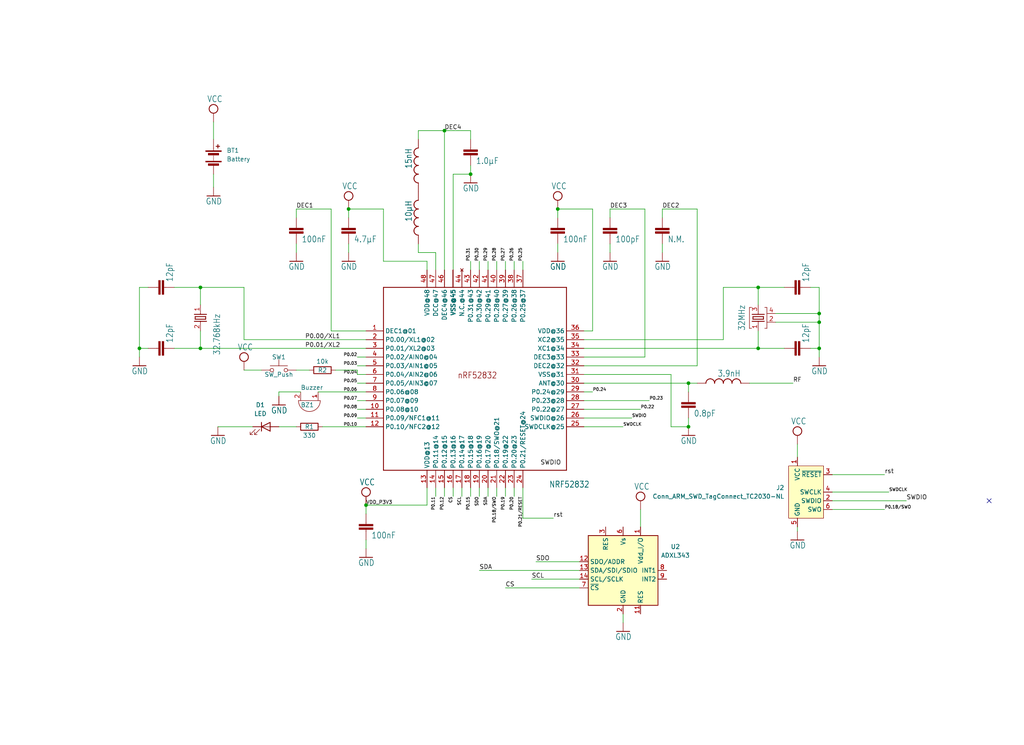
<source format=kicad_sch>
(kicad_sch (version 20230121) (generator eeschema)

  (uuid 19671045-12a7-4138-bcff-fe62707deb04)

  (paper "User" 298.45 217.322)

  (lib_symbols
    (symbol "Connector:Conn_ARM_SWD_TagConnect_TC2030-NL" (in_bom no) (on_board yes)
      (property "Reference" "J" (at 2.54 11.43 0)
        (effects (font (size 1.27 1.27)))
      )
      (property "Value" "Conn_ARM_SWD_TagConnect_TC2030-NL" (at 2.54 8.89 0)
        (effects (font (size 1.27 1.27)))
      )
      (property "Footprint" "Connector:Tag-Connect_TC2030-IDC-NL_2x03_P1.27mm_Vertical" (at 0 -17.78 0)
        (effects (font (size 1.27 1.27)) hide)
      )
      (property "Datasheet" "https://www.tag-connect.com/wp-content/uploads/bsk-pdf-manager/TC2030-CTX_1.pdf" (at 0 -15.24 0)
        (effects (font (size 1.27 1.27)) hide)
      )
      (property "ki_keywords" "Cortex Debug Connector ARM SWD JTAG" (at 0 0 0)
        (effects (font (size 1.27 1.27)) hide)
      )
      (property "ki_description" "Tag-Connect ARM Cortex SWD JTAG connector, 6 pin, no legs" (at 0 0 0)
        (effects (font (size 1.27 1.27)) hide)
      )
      (property "ki_fp_filters" "*TC2030*" (at 0 0 0)
        (effects (font (size 1.27 1.27)) hide)
      )
      (symbol "Conn_ARM_SWD_TagConnect_TC2030-NL_0_0"
        (pin power_in line (at -2.54 10.16 270) (length 2.54)
          (name "VCC" (effects (font (size 1.27 1.27))))
          (number "1" (effects (font (size 1.27 1.27))))
        )
        (pin bidirectional line (at 7.62 -2.54 180) (length 2.54)
          (name "SWDIO" (effects (font (size 1.27 1.27))))
          (number "2" (effects (font (size 1.27 1.27))))
          (alternate "TMS" bidirectional line)
        )
        (pin open_collector line (at 7.62 5.08 180) (length 2.54)
          (name "~{RESET}" (effects (font (size 1.27 1.27))))
          (number "3" (effects (font (size 1.27 1.27))))
        )
        (pin output line (at 7.62 0 180) (length 2.54)
          (name "SWCLK" (effects (font (size 1.27 1.27))))
          (number "4" (effects (font (size 1.27 1.27))))
          (alternate "TCK" output line)
        )
        (pin power_in line (at -2.54 -10.16 90) (length 2.54)
          (name "GND" (effects (font (size 1.27 1.27))))
          (number "5" (effects (font (size 1.27 1.27))))
        )
        (pin input line (at 7.62 -5.08 180) (length 2.54)
          (name "SWO" (effects (font (size 1.27 1.27))))
          (number "6" (effects (font (size 1.27 1.27))))
          (alternate "TDO" input line)
        )
      )
      (symbol "Conn_ARM_SWD_TagConnect_TC2030-NL_0_1"
        (rectangle (start -5.08 7.62) (end 5.08 -7.62)
          (stroke (width 0) (type default))
          (fill (type background))
        )
      )
    )
    (symbol "Device:Battery" (pin_numbers hide) (pin_names (offset 0) hide) (in_bom yes) (on_board yes)
      (property "Reference" "BT" (at 2.54 2.54 0)
        (effects (font (size 1.27 1.27)) (justify left))
      )
      (property "Value" "Battery" (at 2.54 0 0)
        (effects (font (size 1.27 1.27)) (justify left))
      )
      (property "Footprint" "" (at 0 1.524 90)
        (effects (font (size 1.27 1.27)) hide)
      )
      (property "Datasheet" "~" (at 0 1.524 90)
        (effects (font (size 1.27 1.27)) hide)
      )
      (property "ki_keywords" "batt voltage-source cell" (at 0 0 0)
        (effects (font (size 1.27 1.27)) hide)
      )
      (property "ki_description" "Multiple-cell battery" (at 0 0 0)
        (effects (font (size 1.27 1.27)) hide)
      )
      (symbol "Battery_0_1"
        (rectangle (start -2.286 -1.27) (end 2.286 -1.524)
          (stroke (width 0) (type default))
          (fill (type outline))
        )
        (rectangle (start -2.286 1.778) (end 2.286 1.524)
          (stroke (width 0) (type default))
          (fill (type outline))
        )
        (rectangle (start -1.524 -2.032) (end 1.524 -2.54)
          (stroke (width 0) (type default))
          (fill (type outline))
        )
        (rectangle (start -1.524 1.016) (end 1.524 0.508)
          (stroke (width 0) (type default))
          (fill (type outline))
        )
        (polyline
          (pts
            (xy 0 -1.016)
            (xy 0 -0.762)
          )
          (stroke (width 0) (type default))
          (fill (type none))
        )
        (polyline
          (pts
            (xy 0 -0.508)
            (xy 0 -0.254)
          )
          (stroke (width 0) (type default))
          (fill (type none))
        )
        (polyline
          (pts
            (xy 0 0)
            (xy 0 0.254)
          )
          (stroke (width 0) (type default))
          (fill (type none))
        )
        (polyline
          (pts
            (xy 0 1.778)
            (xy 0 2.54)
          )
          (stroke (width 0) (type default))
          (fill (type none))
        )
        (polyline
          (pts
            (xy 0.762 3.048)
            (xy 1.778 3.048)
          )
          (stroke (width 0.254) (type default))
          (fill (type none))
        )
        (polyline
          (pts
            (xy 1.27 3.556)
            (xy 1.27 2.54)
          )
          (stroke (width 0.254) (type default))
          (fill (type none))
        )
      )
      (symbol "Battery_1_1"
        (pin passive line (at 0 5.08 270) (length 2.54)
          (name "+" (effects (font (size 1.27 1.27))))
          (number "1" (effects (font (size 1.27 1.27))))
        )
        (pin passive line (at 0 -5.08 90) (length 2.54)
          (name "-" (effects (font (size 1.27 1.27))))
          (number "2" (effects (font (size 1.27 1.27))))
        )
      )
    )
    (symbol "Device:Buzzer" (pin_names (offset 0.0254) hide) (in_bom yes) (on_board yes)
      (property "Reference" "BZ" (at 3.81 1.27 0)
        (effects (font (size 1.27 1.27)) (justify left))
      )
      (property "Value" "Buzzer" (at 3.81 -1.27 0)
        (effects (font (size 1.27 1.27)) (justify left))
      )
      (property "Footprint" "" (at -0.635 2.54 90)
        (effects (font (size 1.27 1.27)) hide)
      )
      (property "Datasheet" "~" (at -0.635 2.54 90)
        (effects (font (size 1.27 1.27)) hide)
      )
      (property "ki_keywords" "quartz resonator ceramic" (at 0 0 0)
        (effects (font (size 1.27 1.27)) hide)
      )
      (property "ki_description" "Buzzer, polarized" (at 0 0 0)
        (effects (font (size 1.27 1.27)) hide)
      )
      (property "ki_fp_filters" "*Buzzer*" (at 0 0 0)
        (effects (font (size 1.27 1.27)) hide)
      )
      (symbol "Buzzer_0_1"
        (arc (start 0 -3.175) (mid 3.1612 0) (end 0 3.175)
          (stroke (width 0) (type default))
          (fill (type none))
        )
        (polyline
          (pts
            (xy -1.651 1.905)
            (xy -1.143 1.905)
          )
          (stroke (width 0) (type default))
          (fill (type none))
        )
        (polyline
          (pts
            (xy -1.397 2.159)
            (xy -1.397 1.651)
          )
          (stroke (width 0) (type default))
          (fill (type none))
        )
        (polyline
          (pts
            (xy 0 3.175)
            (xy 0 -3.175)
          )
          (stroke (width 0) (type default))
          (fill (type none))
        )
      )
      (symbol "Buzzer_1_1"
        (pin passive line (at -2.54 2.54 0) (length 2.54)
          (name "-" (effects (font (size 1.27 1.27))))
          (number "1" (effects (font (size 1.27 1.27))))
        )
        (pin passive line (at -2.54 -2.54 0) (length 2.54)
          (name "+" (effects (font (size 1.27 1.27))))
          (number "2" (effects (font (size 1.27 1.27))))
        )
      )
    )
    (symbol "Device:LED" (pin_numbers hide) (pin_names (offset 1.016) hide) (in_bom yes) (on_board yes)
      (property "Reference" "D" (at 0 2.54 0)
        (effects (font (size 1.27 1.27)))
      )
      (property "Value" "LED" (at 0 -2.54 0)
        (effects (font (size 1.27 1.27)))
      )
      (property "Footprint" "" (at 0 0 0)
        (effects (font (size 1.27 1.27)) hide)
      )
      (property "Datasheet" "~" (at 0 0 0)
        (effects (font (size 1.27 1.27)) hide)
      )
      (property "ki_keywords" "LED diode" (at 0 0 0)
        (effects (font (size 1.27 1.27)) hide)
      )
      (property "ki_description" "Light emitting diode" (at 0 0 0)
        (effects (font (size 1.27 1.27)) hide)
      )
      (property "ki_fp_filters" "LED* LED_SMD:* LED_THT:*" (at 0 0 0)
        (effects (font (size 1.27 1.27)) hide)
      )
      (symbol "LED_0_1"
        (polyline
          (pts
            (xy -1.27 -1.27)
            (xy -1.27 1.27)
          )
          (stroke (width 0.254) (type default))
          (fill (type none))
        )
        (polyline
          (pts
            (xy -1.27 0)
            (xy 1.27 0)
          )
          (stroke (width 0) (type default))
          (fill (type none))
        )
        (polyline
          (pts
            (xy 1.27 -1.27)
            (xy 1.27 1.27)
            (xy -1.27 0)
            (xy 1.27 -1.27)
          )
          (stroke (width 0.254) (type default))
          (fill (type none))
        )
        (polyline
          (pts
            (xy -3.048 -0.762)
            (xy -4.572 -2.286)
            (xy -3.81 -2.286)
            (xy -4.572 -2.286)
            (xy -4.572 -1.524)
          )
          (stroke (width 0) (type default))
          (fill (type none))
        )
        (polyline
          (pts
            (xy -1.778 -0.762)
            (xy -3.302 -2.286)
            (xy -2.54 -2.286)
            (xy -3.302 -2.286)
            (xy -3.302 -1.524)
          )
          (stroke (width 0) (type default))
          (fill (type none))
        )
      )
      (symbol "LED_1_1"
        (pin passive line (at -3.81 0 0) (length 2.54)
          (name "K" (effects (font (size 1.27 1.27))))
          (number "1" (effects (font (size 1.27 1.27))))
        )
        (pin passive line (at 3.81 0 180) (length 2.54)
          (name "A" (effects (font (size 1.27 1.27))))
          (number "2" (effects (font (size 1.27 1.27))))
        )
      )
    )
    (symbol "Device:R" (pin_numbers hide) (pin_names (offset 0)) (in_bom yes) (on_board yes)
      (property "Reference" "R" (at 2.032 0 90)
        (effects (font (size 1.27 1.27)))
      )
      (property "Value" "R" (at 0 0 90)
        (effects (font (size 1.27 1.27)))
      )
      (property "Footprint" "" (at -1.778 0 90)
        (effects (font (size 1.27 1.27)) hide)
      )
      (property "Datasheet" "~" (at 0 0 0)
        (effects (font (size 1.27 1.27)) hide)
      )
      (property "ki_keywords" "R res resistor" (at 0 0 0)
        (effects (font (size 1.27 1.27)) hide)
      )
      (property "ki_description" "Resistor" (at 0 0 0)
        (effects (font (size 1.27 1.27)) hide)
      )
      (property "ki_fp_filters" "R_*" (at 0 0 0)
        (effects (font (size 1.27 1.27)) hide)
      )
      (symbol "R_0_1"
        (rectangle (start -1.016 -2.54) (end 1.016 2.54)
          (stroke (width 0.254) (type default))
          (fill (type none))
        )
      )
      (symbol "R_1_1"
        (pin passive line (at 0 3.81 270) (length 1.27)
          (name "~" (effects (font (size 1.27 1.27))))
          (number "1" (effects (font (size 1.27 1.27))))
        )
        (pin passive line (at 0 -3.81 90) (length 1.27)
          (name "~" (effects (font (size 1.27 1.27))))
          (number "2" (effects (font (size 1.27 1.27))))
        )
      )
    )
    (symbol "Sensor_Motion:ADXL343" (in_bom yes) (on_board yes)
      (property "Reference" "U" (at -8.89 11.43 0)
        (effects (font (size 1.27 1.27)))
      )
      (property "Value" "ADXL343" (at -7.62 -11.43 0)
        (effects (font (size 1.27 1.27)))
      )
      (property "Footprint" "Package_LGA:LGA-14_3x5mm_P0.8mm_LayoutBorder1x6y" (at 0 0 0)
        (effects (font (size 1.27 1.27)) hide)
      )
      (property "Datasheet" "https://www.analog.com/media/en/technical-documentation/data-sheets/ADXL343.pdf" (at 0 0 0)
        (effects (font (size 1.27 1.27)) hide)
      )
      (property "ki_keywords" "3-axis accelerometer i2c spi mems" (at 0 0 0)
        (effects (font (size 1.27 1.27)) hide)
      )
      (property "ki_description" "3-Axis MEMS Accelerometer, 2/4/8/16g range, I2C/SPI, LGA-14" (at 0 0 0)
        (effects (font (size 1.27 1.27)) hide)
      )
      (property "ki_fp_filters" "*LGA*3x5mm*P0.8mm*" (at 0 0 0)
        (effects (font (size 1.27 1.27)) hide)
      )
      (symbol "ADXL343_0_1"
        (rectangle (start -10.16 10.16) (end 10.16 -10.16)
          (stroke (width 0.254) (type default))
          (fill (type background))
        )
      )
      (symbol "ADXL343_1_1"
        (pin power_in line (at 5.08 12.7 270) (length 2.54)
          (name "Vdd_I/O" (effects (font (size 1.27 1.27))))
          (number "1" (effects (font (size 1.27 1.27))))
        )
        (pin no_connect line (at -5.08 -10.16 90) (length 2.54) hide
          (name "NC" (effects (font (size 1.27 1.27))))
          (number "10" (effects (font (size 1.27 1.27))))
        )
        (pin passive line (at 5.08 -12.7 90) (length 2.54)
          (name "RES" (effects (font (size 1.27 1.27))))
          (number "11" (effects (font (size 1.27 1.27))))
        )
        (pin bidirectional line (at -12.7 2.54 0) (length 2.54)
          (name "SDO/ADDR" (effects (font (size 1.27 1.27))))
          (number "12" (effects (font (size 1.27 1.27))))
        )
        (pin bidirectional line (at -12.7 0 0) (length 2.54)
          (name "SDA/SDI/SDIO" (effects (font (size 1.27 1.27))))
          (number "13" (effects (font (size 1.27 1.27))))
        )
        (pin input line (at -12.7 -2.54 0) (length 2.54)
          (name "SCL/SCLK" (effects (font (size 1.27 1.27))))
          (number "14" (effects (font (size 1.27 1.27))))
        )
        (pin power_in line (at 0 -12.7 90) (length 2.54)
          (name "GND" (effects (font (size 1.27 1.27))))
          (number "2" (effects (font (size 1.27 1.27))))
        )
        (pin passive line (at -5.08 12.7 270) (length 2.54)
          (name "RES" (effects (font (size 1.27 1.27))))
          (number "3" (effects (font (size 1.27 1.27))))
        )
        (pin passive line (at 0 -12.7 90) (length 2.54) hide
          (name "GND" (effects (font (size 1.27 1.27))))
          (number "4" (effects (font (size 1.27 1.27))))
        )
        (pin passive line (at 0 -12.7 90) (length 2.54) hide
          (name "GND" (effects (font (size 1.27 1.27))))
          (number "5" (effects (font (size 1.27 1.27))))
        )
        (pin power_in line (at 0 12.7 270) (length 2.54)
          (name "Vs" (effects (font (size 1.27 1.27))))
          (number "6" (effects (font (size 1.27 1.27))))
        )
        (pin input line (at -12.7 -5.08 0) (length 2.54)
          (name "~{CS}" (effects (font (size 1.27 1.27))))
          (number "7" (effects (font (size 1.27 1.27))))
        )
        (pin output line (at 12.7 0 180) (length 2.54)
          (name "INT1" (effects (font (size 1.27 1.27))))
          (number "8" (effects (font (size 1.27 1.27))))
        )
        (pin output line (at 12.7 -2.54 180) (length 2.54)
          (name "INT2" (effects (font (size 1.27 1.27))))
          (number "9" (effects (font (size 1.27 1.27))))
        )
      )
    )
    (symbol "Switch:SW_Push" (pin_numbers hide) (pin_names (offset 1.016) hide) (in_bom yes) (on_board yes)
      (property "Reference" "SW" (at 1.27 2.54 0)
        (effects (font (size 1.27 1.27)) (justify left))
      )
      (property "Value" "SW_Push" (at 0 -1.524 0)
        (effects (font (size 1.27 1.27)))
      )
      (property "Footprint" "" (at 0 5.08 0)
        (effects (font (size 1.27 1.27)) hide)
      )
      (property "Datasheet" "~" (at 0 5.08 0)
        (effects (font (size 1.27 1.27)) hide)
      )
      (property "ki_keywords" "switch normally-open pushbutton push-button" (at 0 0 0)
        (effects (font (size 1.27 1.27)) hide)
      )
      (property "ki_description" "Push button switch, generic, two pins" (at 0 0 0)
        (effects (font (size 1.27 1.27)) hide)
      )
      (symbol "SW_Push_0_1"
        (circle (center -2.032 0) (radius 0.508)
          (stroke (width 0) (type default))
          (fill (type none))
        )
        (polyline
          (pts
            (xy 0 1.27)
            (xy 0 3.048)
          )
          (stroke (width 0) (type default))
          (fill (type none))
        )
        (polyline
          (pts
            (xy 2.54 1.27)
            (xy -2.54 1.27)
          )
          (stroke (width 0) (type default))
          (fill (type none))
        )
        (circle (center 2.032 0) (radius 0.508)
          (stroke (width 0) (type default))
          (fill (type none))
        )
        (pin passive line (at -5.08 0 0) (length 2.54)
          (name "1" (effects (font (size 1.27 1.27))))
          (number "1" (effects (font (size 1.27 1.27))))
        )
        (pin passive line (at 5.08 0 180) (length 2.54)
          (name "2" (effects (font (size 1.27 1.27))))
          (number "2" (effects (font (size 1.27 1.27))))
        )
      )
    )
    (symbol "key_finder-eagle-import:CAPACITOR_0402_N" (in_bom yes) (on_board yes)
      (property "Reference" "" (at 1.524 0.381 0)
        (effects (font (size 1.778 1.5113)) (justify left bottom) hide)
      )
      (property "Value" "" (at 1.524 -4.699 0)
        (effects (font (size 1.778 1.5113)) (justify left bottom))
      )
      (property "Footprint" "key_finder:RESC0402_N" (at 0 0 0)
        (effects (font (size 1.27 1.27)) hide)
      )
      (property "Datasheet" "" (at 0 0 0)
        (effects (font (size 1.27 1.27)) hide)
      )
      (property "ki_locked" "" (at 0 0 0)
        (effects (font (size 1.27 1.27)))
      )
      (symbol "CAPACITOR_0402_N_1_0"
        (rectangle (start -2.032 -2.032) (end 2.032 -1.524)
          (stroke (width 0) (type default))
          (fill (type outline))
        )
        (rectangle (start -2.032 -1.016) (end 2.032 -0.508)
          (stroke (width 0) (type default))
          (fill (type outline))
        )
        (polyline
          (pts
            (xy 0 -2.54)
            (xy 0 -2.032)
          )
          (stroke (width 0.1524) (type solid))
          (fill (type none))
        )
        (polyline
          (pts
            (xy 0 0)
            (xy 0 -0.508)
          )
          (stroke (width 0.1524) (type solid))
          (fill (type none))
        )
        (pin passive line (at 0 2.54 270) (length 2.54)
          (name "1" (effects (font (size 0 0))))
          (number "1" (effects (font (size 0 0))))
        )
        (pin passive line (at 0 -5.08 90) (length 2.54)
          (name "2" (effects (font (size 0 0))))
          (number "2" (effects (font (size 0 0))))
        )
      )
    )
    (symbol "key_finder-eagle-import:CAPACITOR_0603_N" (in_bom yes) (on_board yes)
      (property "Reference" "" (at 1.524 0.381 0)
        (effects (font (size 1.778 1.5113)) (justify left bottom) hide)
      )
      (property "Value" "" (at 1.524 -4.699 0)
        (effects (font (size 1.778 1.5113)) (justify left bottom))
      )
      (property "Footprint" "key_finder:RESC0603_N" (at 0 0 0)
        (effects (font (size 1.27 1.27)) hide)
      )
      (property "Datasheet" "" (at 0 0 0)
        (effects (font (size 1.27 1.27)) hide)
      )
      (property "ki_locked" "" (at 0 0 0)
        (effects (font (size 1.27 1.27)))
      )
      (symbol "CAPACITOR_0603_N_1_0"
        (rectangle (start -2.032 -2.032) (end 2.032 -1.524)
          (stroke (width 0) (type default))
          (fill (type outline))
        )
        (rectangle (start -2.032 -1.016) (end 2.032 -0.508)
          (stroke (width 0) (type default))
          (fill (type outline))
        )
        (polyline
          (pts
            (xy 0 -2.54)
            (xy 0 -2.032)
          )
          (stroke (width 0.1524) (type solid))
          (fill (type none))
        )
        (polyline
          (pts
            (xy 0 0)
            (xy 0 -0.508)
          )
          (stroke (width 0.1524) (type solid))
          (fill (type none))
        )
        (pin passive line (at 0 2.54 270) (length 2.54)
          (name "1" (effects (font (size 0 0))))
          (number "1" (effects (font (size 0 0))))
        )
        (pin passive line (at 0 -5.08 90) (length 2.54)
          (name "2" (effects (font (size 0 0))))
          (number "2" (effects (font (size 0 0))))
        )
      )
    )
    (symbol "key_finder-eagle-import:GND" (power) (in_bom yes) (on_board yes)
      (property "Reference" "#GND" (at 0 0 0)
        (effects (font (size 1.27 1.27)) hide)
      )
      (property "Value" "GND" (at -2.54 -2.54 0)
        (effects (font (size 1.778 1.5113)) (justify left bottom))
      )
      (property "Footprint" "" (at 0 0 0)
        (effects (font (size 1.27 1.27)) hide)
      )
      (property "Datasheet" "" (at 0 0 0)
        (effects (font (size 1.27 1.27)) hide)
      )
      (property "ki_locked" "" (at 0 0 0)
        (effects (font (size 1.27 1.27)))
      )
      (symbol "GND_1_0"
        (polyline
          (pts
            (xy -1.905 0)
            (xy 1.905 0)
          )
          (stroke (width 0.254) (type solid))
          (fill (type none))
        )
        (pin power_in line (at 0 2.54 270) (length 2.54)
          (name "GND" (effects (font (size 0 0))))
          (number "1" (effects (font (size 0 0))))
        )
      )
    )
    (symbol "key_finder-eagle-import:INDUCTOR_0402_N" (in_bom yes) (on_board yes)
      (property "Reference" "" (at -1.27 -5.08 90)
        (effects (font (size 1.778 1.5113)) (justify left bottom) hide)
      )
      (property "Value" "" (at 3.81 -5.08 90)
        (effects (font (size 1.778 1.5113)) (justify left bottom))
      )
      (property "Footprint" "key_finder:RESC0402_N" (at 0 0 0)
        (effects (font (size 1.27 1.27)) hide)
      )
      (property "Datasheet" "" (at 0 0 0)
        (effects (font (size 1.27 1.27)) hide)
      )
      (property "ki_locked" "" (at 0 0 0)
        (effects (font (size 1.27 1.27)))
      )
      (symbol "INDUCTOR_0402_N_1_0"
        (arc (start 0 -5.08) (mid 0.898 -4.708) (end 1.27 -3.81)
          (stroke (width 0.254) (type solid))
          (fill (type none))
        )
        (arc (start 0 -2.54) (mid 0.898 -2.168) (end 1.27 -1.27)
          (stroke (width 0.254) (type solid))
          (fill (type none))
        )
        (arc (start 0 0) (mid 0.898 0.372) (end 1.27 1.27)
          (stroke (width 0.254) (type solid))
          (fill (type none))
        )
        (arc (start 0 2.54) (mid 0.898 2.912) (end 1.27 3.81)
          (stroke (width 0.254) (type solid))
          (fill (type none))
        )
        (arc (start 1.27 -3.81) (mid 0.898 -2.912) (end 0 -2.54)
          (stroke (width 0.254) (type solid))
          (fill (type none))
        )
        (arc (start 1.27 -1.27) (mid 0.898 -0.372) (end 0 0)
          (stroke (width 0.254) (type solid))
          (fill (type none))
        )
        (arc (start 1.27 1.27) (mid 0.898 2.168) (end 0 2.54)
          (stroke (width 0.254) (type solid))
          (fill (type none))
        )
        (arc (start 1.27 3.81) (mid 0.898 4.708) (end 0 5.08)
          (stroke (width 0.254) (type solid))
          (fill (type none))
        )
        (pin passive line (at 0 7.62 270) (length 2.54)
          (name "1" (effects (font (size 0 0))))
          (number "1" (effects (font (size 0 0))))
        )
        (pin passive line (at 0 -7.62 90) (length 2.54)
          (name "2" (effects (font (size 0 0))))
          (number "2" (effects (font (size 0 0))))
        )
      )
    )
    (symbol "key_finder-eagle-import:INDUCTOR_0603_N" (in_bom yes) (on_board yes)
      (property "Reference" "" (at -1.27 -5.08 90)
        (effects (font (size 1.778 1.5113)) (justify left bottom) hide)
      )
      (property "Value" "" (at 3.81 -5.08 90)
        (effects (font (size 1.778 1.5113)) (justify left bottom))
      )
      (property "Footprint" "key_finder:RESC0603_N" (at 0 0 0)
        (effects (font (size 1.27 1.27)) hide)
      )
      (property "Datasheet" "" (at 0 0 0)
        (effects (font (size 1.27 1.27)) hide)
      )
      (property "ki_locked" "" (at 0 0 0)
        (effects (font (size 1.27 1.27)))
      )
      (symbol "INDUCTOR_0603_N_1_0"
        (arc (start 0 -5.08) (mid 0.898 -4.708) (end 1.27 -3.81)
          (stroke (width 0.254) (type solid))
          (fill (type none))
        )
        (arc (start 0 -2.54) (mid 0.898 -2.168) (end 1.27 -1.27)
          (stroke (width 0.254) (type solid))
          (fill (type none))
        )
        (arc (start 0 0) (mid 0.898 0.372) (end 1.27 1.27)
          (stroke (width 0.254) (type solid))
          (fill (type none))
        )
        (arc (start 0 2.54) (mid 0.898 2.912) (end 1.27 3.81)
          (stroke (width 0.254) (type solid))
          (fill (type none))
        )
        (arc (start 1.27 -3.81) (mid 0.898 -2.912) (end 0 -2.54)
          (stroke (width 0.254) (type solid))
          (fill (type none))
        )
        (arc (start 1.27 -1.27) (mid 0.898 -0.372) (end 0 0)
          (stroke (width 0.254) (type solid))
          (fill (type none))
        )
        (arc (start 1.27 1.27) (mid 0.898 2.168) (end 0 2.54)
          (stroke (width 0.254) (type solid))
          (fill (type none))
        )
        (arc (start 1.27 3.81) (mid 0.898 4.708) (end 0 5.08)
          (stroke (width 0.254) (type solid))
          (fill (type none))
        )
        (pin passive line (at 0 7.62 270) (length 2.54)
          (name "1" (effects (font (size 0 0))))
          (number "1" (effects (font (size 0 0))))
        )
        (pin passive line (at 0 -7.62 90) (length 2.54)
          (name "2" (effects (font (size 0 0))))
          (number "2" (effects (font (size 0 0))))
        )
      )
    )
    (symbol "key_finder-eagle-import:NRF52832" (in_bom yes) (on_board yes)
      (property "Reference" "" (at 48.26 -2.54 0)
        (effects (font (size 1.778 1.5113)) (justify left bottom) hide)
      )
      (property "Value" "" (at 48.26 -5.08 0)
        (effects (font (size 1.778 1.5113)) (justify left bottom))
      )
      (property "Footprint" "key_finder:QFN40P600X600X90-48_N" (at 0 0 0)
        (effects (font (size 1.27 1.27)) hide)
      )
      (property "Datasheet" "" (at 0 0 0)
        (effects (font (size 1.27 1.27)) hide)
      )
      (property "ki_locked" "" (at 0 0 0)
        (effects (font (size 1.27 1.27)))
      )
      (symbol "NRF52832_1_0"
        (polyline
          (pts
            (xy 0 0)
            (xy 0 53.34)
          )
          (stroke (width 0.254) (type solid))
          (fill (type none))
        )
        (polyline
          (pts
            (xy 0 53.34)
            (xy 53.34 53.34)
          )
          (stroke (width 0.254) (type solid))
          (fill (type none))
        )
        (polyline
          (pts
            (xy 53.34 0)
            (xy 0 0)
          )
          (stroke (width 0.254) (type solid))
          (fill (type none))
        )
        (polyline
          (pts
            (xy 53.34 53.34)
            (xy 53.34 0)
          )
          (stroke (width 0.254) (type solid))
          (fill (type none))
        )
        (text "nRF52832" (at 21.59 26.67 0)
          (effects (font (size 1.778 1.5113)) (justify left bottom))
        )
        (pin power_in line (at -5.08 40.64 0) (length 5.08)
          (name "DEC1@01" (effects (font (size 1.27 1.27))))
          (number "1" (effects (font (size 1.27 1.27))))
        )
        (pin bidirectional line (at -5.08 17.78 0) (length 5.08)
          (name "P0.08@10" (effects (font (size 1.27 1.27))))
          (number "10" (effects (font (size 1.27 1.27))))
        )
        (pin bidirectional line (at -5.08 15.24 0) (length 5.08)
          (name "P0.09/NFC1@11" (effects (font (size 1.27 1.27))))
          (number "11" (effects (font (size 1.27 1.27))))
        )
        (pin bidirectional line (at -5.08 12.7 0) (length 5.08)
          (name "P0.10/NFC2@12" (effects (font (size 1.27 1.27))))
          (number "12" (effects (font (size 1.27 1.27))))
        )
        (pin power_in line (at 12.7 -5.08 90) (length 5.08)
          (name "VDD@13" (effects (font (size 1.27 1.27))))
          (number "13" (effects (font (size 1.27 1.27))))
        )
        (pin bidirectional line (at 15.24 -5.08 90) (length 5.08)
          (name "P0.11@14" (effects (font (size 1.27 1.27))))
          (number "14" (effects (font (size 1.27 1.27))))
        )
        (pin bidirectional line (at 17.78 -5.08 90) (length 5.08)
          (name "P0.12@15" (effects (font (size 1.27 1.27))))
          (number "15" (effects (font (size 1.27 1.27))))
        )
        (pin bidirectional line (at 20.32 -5.08 90) (length 5.08)
          (name "P0.13@16" (effects (font (size 1.27 1.27))))
          (number "16" (effects (font (size 1.27 1.27))))
        )
        (pin bidirectional line (at 22.86 -5.08 90) (length 5.08)
          (name "P0.14@17" (effects (font (size 1.27 1.27))))
          (number "17" (effects (font (size 1.27 1.27))))
        )
        (pin bidirectional line (at 25.4 -5.08 90) (length 5.08)
          (name "P0.15@18" (effects (font (size 1.27 1.27))))
          (number "18" (effects (font (size 1.27 1.27))))
        )
        (pin bidirectional line (at 27.94 -5.08 90) (length 5.08)
          (name "P0.16@19" (effects (font (size 1.27 1.27))))
          (number "19" (effects (font (size 1.27 1.27))))
        )
        (pin bidirectional line (at -5.08 38.1 0) (length 5.08)
          (name "P0.00/XL1@02" (effects (font (size 1.27 1.27))))
          (number "2" (effects (font (size 1.27 1.27))))
        )
        (pin bidirectional line (at 30.48 -5.08 90) (length 5.08)
          (name "P0.17@20" (effects (font (size 1.27 1.27))))
          (number "20" (effects (font (size 1.27 1.27))))
        )
        (pin bidirectional line (at 33.02 -5.08 90) (length 5.08)
          (name "P0.18/SWO@21" (effects (font (size 1.27 1.27))))
          (number "21" (effects (font (size 1.27 1.27))))
        )
        (pin bidirectional line (at 35.56 -5.08 90) (length 5.08)
          (name "P0.19@22" (effects (font (size 1.27 1.27))))
          (number "22" (effects (font (size 1.27 1.27))))
        )
        (pin bidirectional line (at 38.1 -5.08 90) (length 5.08)
          (name "P0.20@23" (effects (font (size 1.27 1.27))))
          (number "23" (effects (font (size 1.27 1.27))))
        )
        (pin bidirectional line (at 40.64 -5.08 90) (length 5.08)
          (name "P0.21/RESET@24" (effects (font (size 1.27 1.27))))
          (number "24" (effects (font (size 1.27 1.27))))
        )
        (pin input line (at 58.42 12.7 180) (length 5.08)
          (name "SWDCLK@25" (effects (font (size 1.27 1.27))))
          (number "25" (effects (font (size 1.27 1.27))))
        )
        (pin bidirectional line (at 58.42 15.24 180) (length 5.08)
          (name "SWDIO@26" (effects (font (size 1.27 1.27))))
          (number "26" (effects (font (size 1.27 1.27))))
        )
        (pin bidirectional line (at 58.42 17.78 180) (length 5.08)
          (name "P0.22@27" (effects (font (size 1.27 1.27))))
          (number "27" (effects (font (size 1.27 1.27))))
        )
        (pin bidirectional line (at 58.42 20.32 180) (length 5.08)
          (name "P0.23@28" (effects (font (size 1.27 1.27))))
          (number "28" (effects (font (size 1.27 1.27))))
        )
        (pin bidirectional line (at 58.42 22.86 180) (length 5.08)
          (name "P0.24@29" (effects (font (size 1.27 1.27))))
          (number "29" (effects (font (size 1.27 1.27))))
        )
        (pin bidirectional line (at -5.08 35.56 0) (length 5.08)
          (name "P0.01/XL2@03" (effects (font (size 1.27 1.27))))
          (number "3" (effects (font (size 1.27 1.27))))
        )
        (pin bidirectional line (at 58.42 25.4 180) (length 5.08)
          (name "ANT@30" (effects (font (size 1.27 1.27))))
          (number "30" (effects (font (size 1.27 1.27))))
        )
        (pin bidirectional line (at 58.42 27.94 180) (length 5.08)
          (name "VSS@31" (effects (font (size 1.27 1.27))))
          (number "31" (effects (font (size 1.27 1.27))))
        )
        (pin bidirectional line (at 58.42 30.48 180) (length 5.08)
          (name "DEC2@32" (effects (font (size 1.27 1.27))))
          (number "32" (effects (font (size 1.27 1.27))))
        )
        (pin bidirectional line (at 58.42 33.02 180) (length 5.08)
          (name "DEC3@33" (effects (font (size 1.27 1.27))))
          (number "33" (effects (font (size 1.27 1.27))))
        )
        (pin input line (at 58.42 35.56 180) (length 5.08)
          (name "XC1@34" (effects (font (size 1.27 1.27))))
          (number "34" (effects (font (size 1.27 1.27))))
        )
        (pin output line (at 58.42 38.1 180) (length 5.08)
          (name "XC2@35" (effects (font (size 1.27 1.27))))
          (number "35" (effects (font (size 1.27 1.27))))
        )
        (pin power_in line (at 58.42 40.64 180) (length 5.08)
          (name "VDD@36" (effects (font (size 1.27 1.27))))
          (number "36" (effects (font (size 1.27 1.27))))
        )
        (pin bidirectional line (at 40.64 58.42 270) (length 5.08)
          (name "P0.25@37" (effects (font (size 1.27 1.27))))
          (number "37" (effects (font (size 1.27 1.27))))
        )
        (pin bidirectional line (at 38.1 58.42 270) (length 5.08)
          (name "P0.26@38" (effects (font (size 1.27 1.27))))
          (number "38" (effects (font (size 1.27 1.27))))
        )
        (pin bidirectional line (at 35.56 58.42 270) (length 5.08)
          (name "P0.27@39" (effects (font (size 1.27 1.27))))
          (number "39" (effects (font (size 1.27 1.27))))
        )
        (pin bidirectional line (at -5.08 33.02 0) (length 5.08)
          (name "P0.02/AIN0@04" (effects (font (size 1.27 1.27))))
          (number "4" (effects (font (size 1.27 1.27))))
        )
        (pin bidirectional line (at 33.02 58.42 270) (length 5.08)
          (name "P0.28@40" (effects (font (size 1.27 1.27))))
          (number "40" (effects (font (size 1.27 1.27))))
        )
        (pin bidirectional line (at 30.48 58.42 270) (length 5.08)
          (name "P0.29@41" (effects (font (size 1.27 1.27))))
          (number "41" (effects (font (size 1.27 1.27))))
        )
        (pin bidirectional line (at 27.94 58.42 270) (length 5.08)
          (name "P0.30@42" (effects (font (size 1.27 1.27))))
          (number "42" (effects (font (size 1.27 1.27))))
        )
        (pin bidirectional line (at 25.4 58.42 270) (length 5.08)
          (name "P0.31@43" (effects (font (size 1.27 1.27))))
          (number "43" (effects (font (size 1.27 1.27))))
        )
        (pin no_connect line (at 22.86 58.42 270) (length 5.08)
          (name "N.C.@44" (effects (font (size 1.27 1.27))))
          (number "44" (effects (font (size 1.27 1.27))))
        )
        (pin power_in line (at 20.32 58.42 270) (length 5.08)
          (name "VSS@45" (effects (font (size 1.27 1.27))))
          (number "45" (effects (font (size 0 0))))
        )
        (pin power_in line (at 17.78 58.42 270) (length 5.08)
          (name "DEC4@46" (effects (font (size 1.27 1.27))))
          (number "46" (effects (font (size 1.27 1.27))))
        )
        (pin output line (at 15.24 58.42 270) (length 5.08)
          (name "DCC@47" (effects (font (size 1.27 1.27))))
          (number "47" (effects (font (size 1.27 1.27))))
        )
        (pin power_in line (at 12.7 58.42 270) (length 5.08)
          (name "VDD@48" (effects (font (size 1.27 1.27))))
          (number "48" (effects (font (size 1.27 1.27))))
        )
        (pin bidirectional line (at -5.08 30.48 0) (length 5.08)
          (name "P0.03/AIN1@05" (effects (font (size 1.27 1.27))))
          (number "5" (effects (font (size 1.27 1.27))))
        )
        (pin bidirectional line (at -5.08 27.94 0) (length 5.08)
          (name "P0.04/AIN2@06" (effects (font (size 1.27 1.27))))
          (number "6" (effects (font (size 1.27 1.27))))
        )
        (pin bidirectional line (at -5.08 25.4 0) (length 5.08)
          (name "P0.05/AIN3@07" (effects (font (size 1.27 1.27))))
          (number "7" (effects (font (size 1.27 1.27))))
        )
        (pin bidirectional line (at -5.08 22.86 0) (length 5.08)
          (name "P0.06@08" (effects (font (size 1.27 1.27))))
          (number "8" (effects (font (size 1.27 1.27))))
        )
        (pin bidirectional line (at -5.08 20.32 0) (length 5.08)
          (name "P0.07@09" (effects (font (size 1.27 1.27))))
          (number "9" (effects (font (size 1.27 1.27))))
        )
        (pin power_in line (at 20.32 58.42 270) (length 5.08)
          (name "VSS@45" (effects (font (size 1.27 1.27))))
          (number "PAD" (effects (font (size 0 0))))
        )
        (pin power_in line (at 20.32 58.42 270) (length 5.08)
          (name "VSS@45" (effects (font (size 1.27 1.27))))
          (number "PAD@VIA01" (effects (font (size 0 0))))
        )
        (pin power_in line (at 20.32 58.42 270) (length 5.08)
          (name "VSS@45" (effects (font (size 1.27 1.27))))
          (number "PAD@VIA02" (effects (font (size 0 0))))
        )
        (pin power_in line (at 20.32 58.42 270) (length 5.08)
          (name "VSS@45" (effects (font (size 1.27 1.27))))
          (number "PAD@VIA03" (effects (font (size 0 0))))
        )
        (pin power_in line (at 20.32 58.42 270) (length 5.08)
          (name "VSS@45" (effects (font (size 1.27 1.27))))
          (number "PAD@VIA04" (effects (font (size 0 0))))
        )
        (pin power_in line (at 20.32 58.42 270) (length 5.08)
          (name "VSS@45" (effects (font (size 1.27 1.27))))
          (number "PAD@VIA05" (effects (font (size 0 0))))
        )
        (pin power_in line (at 20.32 58.42 270) (length 5.08)
          (name "VSS@45" (effects (font (size 1.27 1.27))))
          (number "PAD@VIA06" (effects (font (size 0 0))))
        )
        (pin power_in line (at 20.32 58.42 270) (length 5.08)
          (name "VSS@45" (effects (font (size 1.27 1.27))))
          (number "PAD@VIA07" (effects (font (size 0 0))))
        )
        (pin power_in line (at 20.32 58.42 270) (length 5.08)
          (name "VSS@45" (effects (font (size 1.27 1.27))))
          (number "PAD@VIA08" (effects (font (size 0 0))))
        )
        (pin power_in line (at 20.32 58.42 270) (length 5.08)
          (name "VSS@45" (effects (font (size 1.27 1.27))))
          (number "PAD@VIA09" (effects (font (size 0 0))))
        )
        (pin power_in line (at 20.32 58.42 270) (length 5.08)
          (name "VSS@45" (effects (font (size 1.27 1.27))))
          (number "PAD@VIA10" (effects (font (size 0 0))))
        )
        (pin power_in line (at 20.32 58.42 270) (length 5.08)
          (name "VSS@45" (effects (font (size 1.27 1.27))))
          (number "PAD@VIA11" (effects (font (size 0 0))))
        )
        (pin power_in line (at 20.32 58.42 270) (length 5.08)
          (name "VSS@45" (effects (font (size 1.27 1.27))))
          (number "PAD@VIA12" (effects (font (size 0 0))))
        )
        (pin power_in line (at 20.32 58.42 270) (length 5.08)
          (name "VSS@45" (effects (font (size 1.27 1.27))))
          (number "PAD@VIA13" (effects (font (size 0 0))))
        )
        (pin power_in line (at 20.32 58.42 270) (length 5.08)
          (name "VSS@45" (effects (font (size 1.27 1.27))))
          (number "PAD@VIA14" (effects (font (size 0 0))))
        )
        (pin power_in line (at 20.32 58.42 270) (length 5.08)
          (name "VSS@45" (effects (font (size 1.27 1.27))))
          (number "PAD@VIA15" (effects (font (size 0 0))))
        )
        (pin power_in line (at 20.32 58.42 270) (length 5.08)
          (name "VSS@45" (effects (font (size 1.27 1.27))))
          (number "PAD@VIA16" (effects (font (size 0 0))))
        )
      )
    )
    (symbol "key_finder-eagle-import:VCC" (power) (in_bom yes) (on_board yes)
      (property "Reference" "#SUPPLY" (at 0 0 0)
        (effects (font (size 1.27 1.27)) hide)
      )
      (property "Value" "VCC" (at -1.905 3.175 0)
        (effects (font (size 1.778 1.5113)) (justify left bottom))
      )
      (property "Footprint" "" (at 0 0 0)
        (effects (font (size 1.27 1.27)) hide)
      )
      (property "Datasheet" "" (at 0 0 0)
        (effects (font (size 1.27 1.27)) hide)
      )
      (property "ki_locked" "" (at 0 0 0)
        (effects (font (size 1.27 1.27)))
      )
      (symbol "VCC_1_0"
        (circle (center 0 1.27) (radius 1.27)
          (stroke (width 0.254) (type solid))
          (fill (type none))
        )
        (pin power_in line (at 0 -2.54 90) (length 2.54)
          (name "VCC" (effects (font (size 0 0))))
          (number "1" (effects (font (size 0 0))))
        )
      )
    )
    (symbol "key_finder-eagle-import:XTAL_32KHZ" (in_bom yes) (on_board yes)
      (property "Reference" "" (at 0 6.096 0)
        (effects (font (size 1.778 1.5113)) (justify left bottom) hide)
      )
      (property "Value" "" (at 0 3.81 0)
        (effects (font (size 1.778 1.5113)) (justify left bottom))
      )
      (property "Footprint" "key_finder:XTAL_3215_N" (at 0 0 0)
        (effects (font (size 1.27 1.27)) hide)
      )
      (property "Datasheet" "" (at 0 0 0)
        (effects (font (size 1.27 1.27)) hide)
      )
      (property "ki_locked" "" (at 0 0 0)
        (effects (font (size 1.27 1.27)))
      )
      (symbol "XTAL_32KHZ_1_0"
        (polyline
          (pts
            (xy 0 0)
            (xy 0.254 0)
          )
          (stroke (width 0.1524) (type solid))
          (fill (type none))
        )
        (polyline
          (pts
            (xy 0.254 0)
            (xy 0.254 -1.778)
          )
          (stroke (width 0.254) (type solid))
          (fill (type none))
        )
        (polyline
          (pts
            (xy 0.254 1.778)
            (xy 0.254 0)
          )
          (stroke (width 0.254) (type solid))
          (fill (type none))
        )
        (polyline
          (pts
            (xy 0.889 -1.524)
            (xy 1.651 -1.524)
          )
          (stroke (width 0.254) (type solid))
          (fill (type none))
        )
        (polyline
          (pts
            (xy 0.889 1.524)
            (xy 0.889 -1.524)
          )
          (stroke (width 0.254) (type solid))
          (fill (type none))
        )
        (polyline
          (pts
            (xy 1.651 -1.524)
            (xy 1.651 1.524)
          )
          (stroke (width 0.254) (type solid))
          (fill (type none))
        )
        (polyline
          (pts
            (xy 1.651 1.524)
            (xy 0.889 1.524)
          )
          (stroke (width 0.254) (type solid))
          (fill (type none))
        )
        (polyline
          (pts
            (xy 2.286 0)
            (xy 2.286 -1.778)
          )
          (stroke (width 0.254) (type solid))
          (fill (type none))
        )
        (polyline
          (pts
            (xy 2.286 0)
            (xy 2.54 0)
          )
          (stroke (width 0.1524) (type solid))
          (fill (type none))
        )
        (polyline
          (pts
            (xy 2.286 1.778)
            (xy 2.286 0)
          )
          (stroke (width 0.254) (type solid))
          (fill (type none))
        )
        (pin passive line (at -2.54 0 0) (length 2.54)
          (name "1" (effects (font (size 0 0))))
          (number "1" (effects (font (size 1.27 1.27))))
        )
        (pin passive line (at 5.08 0 180) (length 2.54)
          (name "2" (effects (font (size 0 0))))
          (number "2" (effects (font (size 1.27 1.27))))
        )
      )
    )
    (symbol "key_finder-eagle-import:XTAL_32MHZ" (in_bom yes) (on_board yes)
      (property "Reference" "" (at 0 8.636 0)
        (effects (font (size 1.778 1.5113)) (justify left bottom) hide)
      )
      (property "Value" "" (at 0 6.35 0)
        (effects (font (size 1.778 1.5113)) (justify left bottom))
      )
      (property "Footprint" "key_finder:BT-XTAL_2016_N" (at 0 0 0)
        (effects (font (size 1.27 1.27)) hide)
      )
      (property "Datasheet" "" (at 0 0 0)
        (effects (font (size 1.27 1.27)) hide)
      )
      (property "ki_locked" "" (at 0 0 0)
        (effects (font (size 1.27 1.27)))
      )
      (symbol "XTAL_32MHZ_1_0"
        (polyline
          (pts
            (xy 0.762 0)
            (xy 0.762 0.635)
          )
          (stroke (width 0.1524) (type solid))
          (fill (type none))
        )
        (polyline
          (pts
            (xy 0.762 0)
            (xy 6.858 0)
          )
          (stroke (width 0.1524) (type solid))
          (fill (type none))
        )
        (polyline
          (pts
            (xy 0.762 4.445)
            (xy 0.762 5.08)
          )
          (stroke (width 0.1524) (type solid))
          (fill (type none))
        )
        (polyline
          (pts
            (xy 0.762 5.08)
            (xy 6.858 5.08)
          )
          (stroke (width 0.1524) (type solid))
          (fill (type none))
        )
        (polyline
          (pts
            (xy 2.54 2.54)
            (xy 2.794 2.54)
          )
          (stroke (width 0.1524) (type solid))
          (fill (type none))
        )
        (polyline
          (pts
            (xy 2.794 2.54)
            (xy 2.794 0.762)
          )
          (stroke (width 0.254) (type solid))
          (fill (type none))
        )
        (polyline
          (pts
            (xy 2.794 4.318)
            (xy 2.794 2.54)
          )
          (stroke (width 0.254) (type solid))
          (fill (type none))
        )
        (polyline
          (pts
            (xy 3.429 1.016)
            (xy 4.191 1.016)
          )
          (stroke (width 0.254) (type solid))
          (fill (type none))
        )
        (polyline
          (pts
            (xy 3.429 4.064)
            (xy 3.429 1.016)
          )
          (stroke (width 0.254) (type solid))
          (fill (type none))
        )
        (polyline
          (pts
            (xy 4.191 1.016)
            (xy 4.191 4.064)
          )
          (stroke (width 0.254) (type solid))
          (fill (type none))
        )
        (polyline
          (pts
            (xy 4.191 4.064)
            (xy 3.429 4.064)
          )
          (stroke (width 0.254) (type solid))
          (fill (type none))
        )
        (polyline
          (pts
            (xy 4.826 2.54)
            (xy 4.826 0.762)
          )
          (stroke (width 0.254) (type solid))
          (fill (type none))
        )
        (polyline
          (pts
            (xy 4.826 2.54)
            (xy 5.08 2.54)
          )
          (stroke (width 0.1524) (type solid))
          (fill (type none))
        )
        (polyline
          (pts
            (xy 4.826 4.318)
            (xy 4.826 2.54)
          )
          (stroke (width 0.254) (type solid))
          (fill (type none))
        )
        (polyline
          (pts
            (xy 6.858 0.635)
            (xy 6.858 0)
          )
          (stroke (width 0.1524) (type solid))
          (fill (type none))
        )
        (polyline
          (pts
            (xy 6.858 5.08)
            (xy 6.858 4.445)
          )
          (stroke (width 0.1524) (type solid))
          (fill (type none))
        )
        (pin passive line (at 0 2.54 0) (length 2.54)
          (name "1" (effects (font (size 0 0))))
          (number "1" (effects (font (size 1.27 1.27))))
        )
        (pin passive line (at 2.54 -2.54 90) (length 2.54)
          (name "2" (effects (font (size 0 0))))
          (number "2" (effects (font (size 1.27 1.27))))
        )
        (pin passive line (at 7.62 2.54 180) (length 2.54)
          (name "3" (effects (font (size 0 0))))
          (number "3" (effects (font (size 1.27 1.27))))
        )
        (pin passive line (at 5.08 -2.54 90) (length 2.54)
          (name "4" (effects (font (size 0 0))))
          (number "4" (effects (font (size 1.27 1.27))))
        )
      )
    )
  )

  (junction (at 58.42 83.82) (diameter 0) (color 0 0 0 0)
    (uuid 0f72ff2c-8e82-4735-bd77-f962541a2d4b)
  )
  (junction (at 200.66 124.46) (diameter 0) (color 0 0 0 0)
    (uuid 32b1dcc3-0d75-4de1-8168-8ee81d52bfaf)
  )
  (junction (at 137.16 50.8) (diameter 0) (color 0 0 0 0)
    (uuid 3a5824f7-eda5-4bed-84e2-6d3db54053b4)
  )
  (junction (at 129.54 38.1) (diameter 0) (color 0 0 0 0)
    (uuid 6de18c8c-88fd-4aec-a265-70a491ce05bd)
  )
  (junction (at 162.56 60.96) (diameter 0) (color 0 0 0 0)
    (uuid 7679f475-b485-4f28-8834-36974693020d)
  )
  (junction (at 238.76 101.6) (diameter 0) (color 0 0 0 0)
    (uuid 807692d4-e36a-4f78-b7a2-880ba5caa76a)
  )
  (junction (at 58.42 101.6) (diameter 0) (color 0 0 0 0)
    (uuid 9439051b-7b98-40bf-8587-952ff08c4ae7)
  )
  (junction (at 101.6 60.96) (diameter 0) (color 0 0 0 0)
    (uuid 982fffab-587b-4064-bd41-3450872eaf38)
  )
  (junction (at 220.98 101.6) (diameter 0) (color 0 0 0 0)
    (uuid bb913a78-e4fa-4974-b85d-872eecd450ca)
  )
  (junction (at 238.76 91.44) (diameter 0) (color 0 0 0 0)
    (uuid bfdc1ce8-b687-4019-9054-45575c0fbe70)
  )
  (junction (at 220.98 83.82) (diameter 0) (color 0 0 0 0)
    (uuid c0ef2caf-73cc-4068-8277-6de1acb1b435)
  )
  (junction (at 40.64 101.6) (diameter 0) (color 0 0 0 0)
    (uuid c75d1317-01f7-4355-9164-502b9d7eb32a)
  )
  (junction (at 200.66 111.76) (diameter 0) (color 0 0 0 0)
    (uuid d02fe72b-7298-4c17-91a6-2d9c4c7007c6)
  )
  (junction (at 106.68 147.32) (diameter 0) (color 0 0 0 0)
    (uuid e862f6ab-fdbe-4fd6-a297-1450c66f6ff9)
  )
  (junction (at 238.76 93.98) (diameter 0) (color 0 0 0 0)
    (uuid eb3d9e79-a398-4412-b2e4-54f43e8bb501)
  )

  (no_connect (at 288.29 146.05) (uuid 54496e6f-ed84-4b09-a3fc-3d1bd2a6404a))

  (wire (pts (xy 147.32 78.74) (xy 147.32 76.2))
    (stroke (width 0.1524) (type solid))
    (uuid 006f296f-7f17-4501-8690-5ba6d45ff373)
  )
  (wire (pts (xy 170.18 121.92) (xy 184.15 121.92))
    (stroke (width 0.1524) (type solid))
    (uuid 0225781d-3dfb-4075-a59c-6d3547694868)
  )
  (wire (pts (xy 181.61 179.07) (xy 181.61 181.61))
    (stroke (width 0) (type default))
    (uuid 0424c22e-14d5-4920-b949-a5fc81c979b4)
  )
  (wire (pts (xy 124.46 78.74) (xy 124.46 76.2))
    (stroke (width 0.1524) (type solid))
    (uuid 04c80301-4fcf-48fd-b8be-1dee1a59e354)
  )
  (wire (pts (xy 101.6 60.96) (xy 101.6 63.5))
    (stroke (width 0.1524) (type solid))
    (uuid 0873f19a-3049-4efa-a1f7-8c91c44fbcfd)
  )
  (wire (pts (xy 177.8 71.12) (xy 177.8 73.66))
    (stroke (width 0.1524) (type solid))
    (uuid 09201597-c022-4ead-a06c-4e2e50ebb195)
  )
  (wire (pts (xy 137.16 142.24) (xy 137.16 144.78))
    (stroke (width 0.1524) (type solid))
    (uuid 09def209-44fa-4c5e-8435-a95b763b405d)
  )
  (wire (pts (xy 93.98 124.46) (xy 106.68 124.46))
    (stroke (width 0.1524) (type solid))
    (uuid 0c43e4ef-50c7-4187-9796-85d8a153ec2b)
  )
  (wire (pts (xy 96.52 60.96) (xy 86.36 60.96))
    (stroke (width 0.1524) (type solid))
    (uuid 1034ca9f-928e-4125-ac86-1a1f8fc431a3)
  )
  (wire (pts (xy 129.54 38.1) (xy 137.16 38.1))
    (stroke (width 0.1524) (type solid))
    (uuid 132b890c-eb9e-4441-b63e-97f52c2da8c9)
  )
  (wire (pts (xy 62.23 50.8) (xy 62.23 54.61))
    (stroke (width 0) (type default))
    (uuid 14b6e99e-c259-49bf-a67f-74e8adac72e0)
  )
  (wire (pts (xy 149.86 78.74) (xy 149.86 76.2))
    (stroke (width 0.1524) (type solid))
    (uuid 14ee6c6b-ab06-43cf-b498-184d1be895d8)
  )
  (wire (pts (xy 124.46 147.32) (xy 106.68 147.32))
    (stroke (width 0.1524) (type solid))
    (uuid 16de571d-4e25-4a5f-9ca7-c5906742518d)
  )
  (wire (pts (xy 177.8 60.96) (xy 187.96 60.96))
    (stroke (width 0.1524) (type solid))
    (uuid 16ec9ea0-8ae8-46f3-a0e2-3f05b00b5338)
  )
  (wire (pts (xy 170.18 111.76) (xy 200.66 111.76))
    (stroke (width 0.1524) (type solid))
    (uuid 1957dae0-50e3-476e-a637-e77d7581fbe3)
  )
  (wire (pts (xy 238.76 83.82) (xy 238.76 91.44))
    (stroke (width 0.1524) (type solid))
    (uuid 1ba6ca03-643b-4248-bbab-4e1b9dfa68de)
  )
  (wire (pts (xy 81.28 124.46) (xy 86.36 124.46))
    (stroke (width 0) (type default))
    (uuid 1c9c05c4-acc7-49e4-8f19-38b9f67300d2)
  )
  (wire (pts (xy 149.86 142.24) (xy 149.86 144.78))
    (stroke (width 0.1524) (type solid))
    (uuid 1ed4085d-5b83-42b6-b1df-71bb5502912c)
  )
  (wire (pts (xy 177.8 63.5) (xy 177.8 60.96))
    (stroke (width 0.1524) (type solid))
    (uuid 1f5dd7d9-f7a3-40ef-8a3d-f1056c81fe31)
  )
  (wire (pts (xy 129.54 78.74) (xy 129.54 38.1))
    (stroke (width 0.1524) (type solid))
    (uuid 243baf62-cd53-43f8-a5ed-3f4016c412a9)
  )
  (wire (pts (xy 50.8 83.82) (xy 58.42 83.82))
    (stroke (width 0.1524) (type solid))
    (uuid 25de37fd-a896-4134-af4e-ce034286c21b)
  )
  (wire (pts (xy 142.24 78.74) (xy 142.24 76.2))
    (stroke (width 0.1524) (type solid))
    (uuid 26ccb8df-e6cb-42ee-acd4-bdf5e83022fe)
  )
  (wire (pts (xy 187.96 104.14) (xy 170.18 104.14))
    (stroke (width 0.1524) (type solid))
    (uuid 2937e6e3-b9ab-420e-b257-8671065cd05d)
  )
  (wire (pts (xy 132.08 78.74) (xy 132.08 50.8))
    (stroke (width 0.1524) (type solid))
    (uuid 2c7eb910-6275-46be-a5de-7ca2d4dc01c6)
  )
  (wire (pts (xy 242.57 143.51) (xy 259.08 143.51))
    (stroke (width 0) (type default))
    (uuid 2f80dcb9-5b32-4084-b72f-8b86e1ff440a)
  )
  (wire (pts (xy 154.94 168.91) (xy 168.91 168.91))
    (stroke (width 0) (type default))
    (uuid 3209029e-035f-4266-930a-b775e5d078c6)
  )
  (wire (pts (xy 200.66 114.3) (xy 200.66 111.76))
    (stroke (width 0.1524) (type solid))
    (uuid 37624b51-f48d-47b3-89ce-6bde44eec8c3)
  )
  (wire (pts (xy 121.92 38.1) (xy 129.54 38.1))
    (stroke (width 0.1524) (type solid))
    (uuid 37efb4fe-381f-4c5a-b42b-152791eb385c)
  )
  (wire (pts (xy 210.82 83.82) (xy 210.82 99.06))
    (stroke (width 0.1524) (type solid))
    (uuid 404a1008-dcca-4122-9416-39398edf9b52)
  )
  (wire (pts (xy 242.57 138.43) (xy 257.81 138.43))
    (stroke (width 0) (type default))
    (uuid 44e2a0ea-a0be-462b-be87-3334f0dacf7c)
  )
  (wire (pts (xy 147.32 142.24) (xy 147.32 144.78))
    (stroke (width 0.1524) (type solid))
    (uuid 45435e8c-f5eb-4ddc-90c5-ed98c13023a2)
  )
  (wire (pts (xy 139.7 166.37) (xy 168.91 166.37))
    (stroke (width 0) (type default))
    (uuid 455df47a-f529-4b64-a0ce-eb1bed57e1d8)
  )
  (wire (pts (xy 210.82 99.06) (xy 170.18 99.06))
    (stroke (width 0.1524) (type solid))
    (uuid 46e3ec5b-8e14-4223-a925-7b19fdd81105)
  )
  (wire (pts (xy 172.72 60.96) (xy 162.56 60.96))
    (stroke (width 0.1524) (type solid))
    (uuid 479ef7ba-fdfd-425a-8e1d-c8b8784c802c)
  )
  (wire (pts (xy 236.22 83.82) (xy 238.76 83.82))
    (stroke (width 0.1524) (type solid))
    (uuid 49671fc5-fa32-4f06-b99e-1a88e91cb83b)
  )
  (wire (pts (xy 106.68 116.84) (xy 104.14 116.84))
    (stroke (width 0.1524) (type solid))
    (uuid 4ecab676-d54b-4f1f-8061-4e3c5c880354)
  )
  (wire (pts (xy 106.68 111.76) (xy 104.14 111.76))
    (stroke (width 0.1524) (type solid))
    (uuid 4fec12c9-0cfb-47e7-846f-deef9d601547)
  )
  (wire (pts (xy 195.58 124.46) (xy 200.66 124.46))
    (stroke (width 0.1524) (type solid))
    (uuid 503217a4-71a2-487d-9712-0b0bc3a4fcab)
  )
  (wire (pts (xy 228.6 83.82) (xy 220.98 83.82))
    (stroke (width 0.1524) (type solid))
    (uuid 531382ff-6368-4c6f-94b6-c7da1c73d1a0)
  )
  (wire (pts (xy 162.56 60.96) (xy 162.56 63.5))
    (stroke (width 0.1524) (type solid))
    (uuid 53238e22-d29a-42e2-b24d-0bafbe3f5db7)
  )
  (wire (pts (xy 137.16 38.1) (xy 137.16 40.64))
    (stroke (width 0.1524) (type solid))
    (uuid 5457b1a9-029d-4af2-9916-ea14151bfc93)
  )
  (wire (pts (xy 71.12 107.95) (xy 76.2 107.95))
    (stroke (width 0) (type default))
    (uuid 548748fa-2b69-4b5a-badb-f7e05b3e1829)
  )
  (wire (pts (xy 137.16 78.74) (xy 137.16 76.2))
    (stroke (width 0.1524) (type solid))
    (uuid 55ca5035-fd03-45a2-8101-ef005768e24f)
  )
  (wire (pts (xy 96.52 96.52) (xy 96.52 60.96))
    (stroke (width 0.1524) (type solid))
    (uuid 56ab9570-9820-462e-ae6a-02de6894c607)
  )
  (wire (pts (xy 104.14 107.95) (xy 104.14 109.22))
    (stroke (width 0) (type default))
    (uuid 5c5ba7b2-64c9-48e6-8500-2cb600e5ef6a)
  )
  (wire (pts (xy 111.76 76.2) (xy 111.76 60.96))
    (stroke (width 0.1524) (type solid))
    (uuid 6187166d-c777-4022-a0e2-9e7fb3cf2949)
  )
  (wire (pts (xy 121.92 73.66) (xy 121.92 71.12))
    (stroke (width 0.1524) (type solid))
    (uuid 625a75d7-3c04-42ec-9d50-c39fea3f3efb)
  )
  (wire (pts (xy 195.58 109.22) (xy 195.58 124.46))
    (stroke (width 0.1524) (type solid))
    (uuid 64174d93-05f2-4f7d-baec-77c64e9bd822)
  )
  (wire (pts (xy 170.18 116.84) (xy 189.23 116.84))
    (stroke (width 0.1524) (type solid))
    (uuid 64df8490-f5cf-4bb3-8432-6f159e537d47)
  )
  (wire (pts (xy 144.78 142.24) (xy 144.78 144.78))
    (stroke (width 0.1524) (type solid))
    (uuid 6bb8731e-ed18-434d-829e-a18bf11266e7)
  )
  (wire (pts (xy 170.18 96.52) (xy 172.72 96.52))
    (stroke (width 0.1524) (type solid))
    (uuid 6c4966dc-f9d7-4f81-ba26-0d61a4f8a180)
  )
  (wire (pts (xy 242.57 148.59) (xy 257.81 148.59))
    (stroke (width 0) (type default))
    (uuid 6db2e69b-c9ed-472c-9e77-c8dec2256b70)
  )
  (wire (pts (xy 104.14 121.92) (xy 106.68 121.92))
    (stroke (width 0.1524) (type solid))
    (uuid 712c7dc2-4ef2-4df8-abee-c0dac22aa54c)
  )
  (wire (pts (xy 124.46 142.24) (xy 124.46 147.32))
    (stroke (width 0.1524) (type solid))
    (uuid 724ad6a5-8811-4ba7-89f8-4c18970ab306)
  )
  (wire (pts (xy 152.4 78.74) (xy 152.4 76.2))
    (stroke (width 0.1524) (type solid))
    (uuid 74a27873-e9e4-4f5d-ac52-c137dbd63a96)
  )
  (wire (pts (xy 40.64 101.6) (xy 40.64 83.82))
    (stroke (width 0.1524) (type solid))
    (uuid 75407ecb-fcdb-4ed9-8056-a4ec7e8ef033)
  )
  (wire (pts (xy 132.08 142.24) (xy 132.08 144.78))
    (stroke (width 0.1524) (type solid))
    (uuid 7566f8cd-5a5e-4e4a-ba7c-81c59ca79faf)
  )
  (wire (pts (xy 226.06 93.98) (xy 238.76 93.98))
    (stroke (width 0.1524) (type solid))
    (uuid 7580df8b-6552-4ee2-a5ba-4654d927f0ff)
  )
  (wire (pts (xy 127 78.74) (xy 127 73.66))
    (stroke (width 0.1524) (type solid))
    (uuid 75cd5f8a-5535-43e6-98ee-002285f8d4bb)
  )
  (wire (pts (xy 97.79 107.95) (xy 104.14 107.95))
    (stroke (width 0) (type default))
    (uuid 7694b4b7-92b1-459f-a57a-f3e21590c6d3)
  )
  (wire (pts (xy 172.72 96.52) (xy 172.72 60.96))
    (stroke (width 0.1524) (type solid))
    (uuid 77be9e70-7ed6-4564-b406-9ac41ed06e11)
  )
  (wire (pts (xy 58.42 101.6) (xy 106.68 101.6))
    (stroke (width 0.1524) (type solid))
    (uuid 7aca0482-ff77-4918-9c37-a8b26fd78dfe)
  )
  (wire (pts (xy 203.2 60.96) (xy 193.04 60.96))
    (stroke (width 0.1524) (type solid))
    (uuid 7aedc185-133e-4415-8da4-4b23ea6a2c94)
  )
  (wire (pts (xy 58.42 101.6) (xy 58.42 96.52))
    (stroke (width 0.1524) (type solid))
    (uuid 7b5d6e6c-716e-4b1f-97fb-b5e57ad0e001)
  )
  (wire (pts (xy 232.41 154.94) (xy 232.41 153.67))
    (stroke (width 0) (type default))
    (uuid 7c722dc4-bcb2-4389-9fa2-42645cdfce16)
  )
  (wire (pts (xy 40.64 104.14) (xy 40.64 101.6))
    (stroke (width 0.1524) (type solid))
    (uuid 7f476694-89fb-4676-845e-5129fb49d976)
  )
  (wire (pts (xy 144.78 78.74) (xy 144.78 76.2))
    (stroke (width 0.1524) (type solid))
    (uuid 84057934-6ef6-4d53-9db5-c5482e9a0256)
  )
  (wire (pts (xy 71.12 99.06) (xy 71.12 83.82))
    (stroke (width 0.1524) (type solid))
    (uuid 85317dc7-3642-4313-aa2a-54b15e6d5bc9)
  )
  (wire (pts (xy 71.12 83.82) (xy 58.42 83.82))
    (stroke (width 0.1524) (type solid))
    (uuid 89696455-0e9e-4739-9fa0-82d7abcacef0)
  )
  (wire (pts (xy 236.22 101.6) (xy 238.76 101.6))
    (stroke (width 0.1524) (type solid))
    (uuid 89faf3de-fefb-40e1-a778-07db6220dddd)
  )
  (wire (pts (xy 218.44 111.76) (xy 231.14 111.76))
    (stroke (width 0.1524) (type solid))
    (uuid 8c916370-2331-473c-b2c2-89fd662fe5e4)
  )
  (wire (pts (xy 170.18 109.22) (xy 195.58 109.22))
    (stroke (width 0.1524) (type solid))
    (uuid 8d05a748-c643-4328-a142-e23e66a237f0)
  )
  (wire (pts (xy 220.98 83.82) (xy 220.98 88.9))
    (stroke (width 0.1524) (type solid))
    (uuid 8ef2b05e-cec9-4561-b1aa-f69a1a9f2de3)
  )
  (wire (pts (xy 220.98 83.82) (xy 210.82 83.82))
    (stroke (width 0.1524) (type solid))
    (uuid 8fd287f2-7acd-4f9e-a7e9-a8eaac8483f4)
  )
  (wire (pts (xy 152.4 142.24) (xy 152.4 151.13))
    (stroke (width 0.1524) (type solid))
    (uuid 911fe150-4880-484e-b7da-fa2052f4de86)
  )
  (wire (pts (xy 71.12 99.06) (xy 106.68 99.06))
    (stroke (width 0.1524) (type solid))
    (uuid 91fc2afe-71f2-4660-96b2-27e51a39a8b7)
  )
  (wire (pts (xy 106.68 119.38) (xy 104.14 119.38))
    (stroke (width 0.1524) (type solid))
    (uuid 938ab46a-362b-4ff7-8f8a-d1e8aefd5ce8)
  )
  (wire (pts (xy 147.32 171.45) (xy 168.91 171.45))
    (stroke (width 0) (type default))
    (uuid 99268cf7-262b-4bb8-abfb-19345b8752d1)
  )
  (wire (pts (xy 162.56 71.12) (xy 162.56 73.66))
    (stroke (width 0.1524) (type solid))
    (uuid 9d922093-e156-46cc-9aae-14c276241442)
  )
  (wire (pts (xy 170.18 114.3) (xy 172.72 114.3))
    (stroke (width 0.1524) (type solid))
    (uuid 9f197ce5-38d7-4ef4-b90f-c5facdb6bb18)
  )
  (wire (pts (xy 101.6 73.66) (xy 101.6 71.12))
    (stroke (width 0.1524) (type solid))
    (uuid 9fc4615c-b79c-4d21-a19d-b1aff210ae5e)
  )
  (wire (pts (xy 170.18 101.6) (xy 220.98 101.6))
    (stroke (width 0.1524) (type solid))
    (uuid a11d1d1f-5b6a-41d1-bed9-4e60939aa428)
  )
  (wire (pts (xy 238.76 93.98) (xy 238.76 101.6))
    (stroke (width 0.1524) (type solid))
    (uuid a21eac3b-dfbe-4373-bc2a-e3ec1ddd2b91)
  )
  (wire (pts (xy 121.92 40.64) (xy 121.92 38.1))
    (stroke (width 0.1524) (type solid))
    (uuid a251be58-9a07-4283-acb2-f510fa0f242e)
  )
  (wire (pts (xy 170.18 124.46) (xy 181.61 124.46))
    (stroke (width 0.1524) (type solid))
    (uuid aa109b08-99a4-4597-9ad0-5bd6245b84d6)
  )
  (wire (pts (xy 242.57 146.05) (xy 264.16 146.05))
    (stroke (width 0) (type default))
    (uuid ac9ca7eb-a029-4987-abcf-52b7a1a9360e)
  )
  (wire (pts (xy 220.98 96.52) (xy 220.98 101.6))
    (stroke (width 0.1524) (type solid))
    (uuid afbf9f2d-ab83-4f9a-a22d-8438430d749b)
  )
  (wire (pts (xy 137.16 48.26) (xy 137.16 50.8))
    (stroke (width 0.1524) (type solid))
    (uuid b06475b8-7bd5-447b-a1eb-fcec5c3c02f1)
  )
  (wire (pts (xy 142.24 142.24) (xy 142.24 144.78))
    (stroke (width 0.1524) (type solid))
    (uuid b378f092-b880-4d6c-8f11-946fc4159bf7)
  )
  (wire (pts (xy 139.7 142.24) (xy 139.7 144.78))
    (stroke (width 0.1524) (type solid))
    (uuid b953360b-36d3-4d59-b385-4afa872b1564)
  )
  (wire (pts (xy 50.8 101.6) (xy 58.42 101.6))
    (stroke (width 0.1524) (type solid))
    (uuid bcbad6a3-145b-4230-956c-fed863d96d97)
  )
  (wire (pts (xy 187.96 60.96) (xy 187.96 104.14))
    (stroke (width 0.1524) (type solid))
    (uuid bd386eb9-e465-42a2-8950-637332b15c7b)
  )
  (wire (pts (xy 193.04 60.96) (xy 193.04 63.5))
    (stroke (width 0.1524) (type solid))
    (uuid c0eb5469-40a3-4805-9311-805edb40c601)
  )
  (wire (pts (xy 132.08 50.8) (xy 137.16 50.8))
    (stroke (width 0.1524) (type solid))
    (uuid c3209c1e-6937-48ee-92b2-03bf14ab430d)
  )
  (wire (pts (xy 226.06 91.44) (xy 238.76 91.44))
    (stroke (width 0.1524) (type solid))
    (uuid c5828121-030e-445a-8cb2-74c063cb69dc)
  )
  (wire (pts (xy 139.7 78.74) (xy 139.7 76.2))
    (stroke (width 0.1524) (type solid))
    (uuid c713aaa6-bf2e-4a27-b090-269d5aa5bac7)
  )
  (wire (pts (xy 220.98 101.6) (xy 228.6 101.6))
    (stroke (width 0.1524) (type solid))
    (uuid cac66e73-3d80-4641-a3f8-cbb74df1a75d)
  )
  (wire (pts (xy 81.28 115.57) (xy 81.28 114.3))
    (stroke (width 0) (type default))
    (uuid cba6ecc0-e754-4863-9aac-172045b7eb91)
  )
  (wire (pts (xy 111.76 60.96) (xy 101.6 60.96))
    (stroke (width 0.1524) (type solid))
    (uuid cc2e6688-2acf-4b05-b83b-2cbd60db9bf6)
  )
  (wire (pts (xy 127 142.24) (xy 127 144.78))
    (stroke (width 0.1524) (type solid))
    (uuid cdca1410-8eca-48a1-adc2-7720cb368883)
  )
  (wire (pts (xy 232.41 129.54) (xy 232.41 133.35))
    (stroke (width 0) (type default))
    (uuid d24ee0ad-798d-4698-95ea-ff4175a73861)
  )
  (wire (pts (xy 152.4 151.13) (xy 161.29 151.13))
    (stroke (width 0.1524) (type solid))
    (uuid d2c94c41-9f4e-43a7-9a25-0be7b8ed2582)
  )
  (wire (pts (xy 92.71 114.3) (xy 104.14 114.3))
    (stroke (width 0) (type default))
    (uuid d35a4a13-8492-4158-ab64-2a0d1de806d3)
  )
  (wire (pts (xy 203.2 106.68) (xy 203.2 60.96))
    (stroke (width 0.1524) (type solid))
    (uuid d379a188-c5e5-4c3a-9813-667bd9d49dad)
  )
  (wire (pts (xy 106.68 106.68) (xy 104.14 106.68))
    (stroke (width 0.1524) (type solid))
    (uuid d391e4ec-87f2-4b6d-a88f-9ebc516bfe10)
  )
  (wire (pts (xy 106.68 160.02) (xy 106.68 157.48))
    (stroke (width 0.1524) (type solid))
    (uuid d4ad6ae1-66b2-45aa-9b09-f177b4656891)
  )
  (wire (pts (xy 106.68 114.3) (xy 104.14 114.3))
    (stroke (width 0.1524) (type solid))
    (uuid d4b0fcf7-58a7-419f-8c03-ba1781c4c931)
  )
  (wire (pts (xy 170.18 119.38) (xy 186.69 119.38))
    (stroke (width 0.1524) (type solid))
    (uuid d86c57ad-8f2a-41b2-bf92-9c653ee1de40)
  )
  (wire (pts (xy 106.68 109.22) (xy 104.14 109.22))
    (stroke (width 0.1524) (type solid))
    (uuid d96a710f-c432-4d3c-b62e-1430015ec26e)
  )
  (wire (pts (xy 238.76 101.6) (xy 238.76 104.14))
    (stroke (width 0.1524) (type solid))
    (uuid d9f4ba0e-acc0-4781-83ba-47f5a149bb75)
  )
  (wire (pts (xy 200.66 124.46) (xy 200.66 121.92))
    (stroke (width 0.1524) (type solid))
    (uuid da1cf5c0-0a92-43db-a219-ba6fef4ca576)
  )
  (wire (pts (xy 40.64 83.82) (xy 43.18 83.82))
    (stroke (width 0.1524) (type solid))
    (uuid db2e2a20-c4d3-448f-926f-027ca982fea0)
  )
  (wire (pts (xy 58.42 83.82) (xy 58.42 88.9))
    (stroke (width 0.1524) (type solid))
    (uuid dbdc5acf-af6c-474e-8c0d-e3cdd67eed77)
  )
  (wire (pts (xy 43.18 101.6) (xy 40.64 101.6))
    (stroke (width 0.1524) (type solid))
    (uuid dca399dc-011a-4444-9653-502c657104b1)
  )
  (wire (pts (xy 106.68 104.14) (xy 104.14 104.14))
    (stroke (width 0.1524) (type solid))
    (uuid dccfdb48-b9d5-449f-b5d9-08f52deb839a)
  )
  (wire (pts (xy 63.5 124.46) (xy 73.66 124.46))
    (stroke (width 0) (type default))
    (uuid df2dd4c5-e245-4ff3-a579-df96abc4d651)
  )
  (wire (pts (xy 86.36 107.95) (xy 90.17 107.95))
    (stroke (width 0) (type default))
    (uuid e39acb17-15cc-472c-af13-99a5f48d6082)
  )
  (wire (pts (xy 124.46 76.2) (xy 111.76 76.2))
    (stroke (width 0.1524) (type solid))
    (uuid e6786d50-02bc-4301-86fa-34a190ca7a6d)
  )
  (wire (pts (xy 106.68 147.32) (xy 106.68 149.86))
    (stroke (width 0.1524) (type solid))
    (uuid e6817bb7-348e-4b1f-a5fd-afcced821421)
  )
  (wire (pts (xy 129.54 142.24) (xy 129.54 144.78))
    (stroke (width 0.1524) (type solid))
    (uuid e71e6c6d-a1ad-4ea0-9c40-7b48145ca6a8)
  )
  (wire (pts (xy 156.21 163.83) (xy 168.91 163.83))
    (stroke (width 0) (type default))
    (uuid e7f9fdbe-8373-4d34-a23c-a0ce31a285a5)
  )
  (wire (pts (xy 106.68 96.52) (xy 96.52 96.52))
    (stroke (width 0.1524) (type solid))
    (uuid e8f71553-9a27-4317-979d-f57261af8b29)
  )
  (wire (pts (xy 86.36 73.66) (xy 86.36 71.12))
    (stroke (width 0.1524) (type solid))
    (uuid ea024a03-cf2c-4ace-aaa4-29323dd7b247)
  )
  (wire (pts (xy 186.69 148.59) (xy 186.69 153.67))
    (stroke (width 0) (type default))
    (uuid eaa2f0b1-25bc-4d31-8df3-fd03dbb69f96)
  )
  (wire (pts (xy 193.04 71.12) (xy 193.04 73.66))
    (stroke (width 0.1524) (type solid))
    (uuid ed5d4ae0-a3e6-4bd0-9bfe-b0c557c6ad02)
  )
  (wire (pts (xy 127 73.66) (xy 121.92 73.66))
    (stroke (width 0.1524) (type solid))
    (uuid f1535360-3586-4e9d-8699-ec6d688f1272)
  )
  (wire (pts (xy 200.66 111.76) (xy 203.2 111.76))
    (stroke (width 0.1524) (type solid))
    (uuid f177decd-885e-4864-9073-445ec56ddcd5)
  )
  (wire (pts (xy 170.18 106.68) (xy 203.2 106.68))
    (stroke (width 0.1524) (type solid))
    (uuid f2b73404-230e-4955-aeca-50dd611a5951)
  )
  (wire (pts (xy 62.23 35.56) (xy 62.23 40.64))
    (stroke (width 0) (type default))
    (uuid f3ef2612-5791-4651-b1d1-9625bcd079bd)
  )
  (wire (pts (xy 134.62 142.24) (xy 134.62 144.78))
    (stroke (width 0.1524) (type solid))
    (uuid f645db47-db9f-4f2c-b964-1f996e94cacb)
  )
  (wire (pts (xy 86.36 60.96) (xy 86.36 63.5))
    (stroke (width 0.1524) (type solid))
    (uuid fd08a140-47ca-4f7f-a453-775d18cbd9dc)
  )
  (wire (pts (xy 81.28 114.3) (xy 87.63 114.3))
    (stroke (width 0) (type default))
    (uuid fd39cd84-1cff-483d-8a68-c4fe765c6996)
  )
  (wire (pts (xy 238.76 91.44) (xy 238.76 93.98))
    (stroke (width 0.1524) (type solid))
    (uuid fe7c83cd-4abb-454c-8ef1-461c6d26e6bd)
  )

  (label "CS" (at 132.08 144.78 270) (fields_autoplaced)
    (effects (font (size 0.889 0.889)) (justify right bottom))
    (uuid 09aa556a-10af-4a50-9c4f-de205fba94e1)
  )
  (label "VDD_P3V3" (at 106.68 147.32 0) (fields_autoplaced)
    (effects (font (size 1.016 1.016)) (justify left bottom))
    (uuid 0da759b7-3f08-4414-bbda-eea3824be9df)
  )
  (label "RF" (at 231.14 111.76 0) (fields_autoplaced)
    (effects (font (size 1.2446 1.2446)) (justify left bottom))
    (uuid 0f6d3597-54fe-409c-bbcb-817b091f340d)
  )
  (label "P0.04" (at 104.14 109.22 180) (fields_autoplaced)
    (effects (font (size 0.889 0.889)) (justify right bottom))
    (uuid 1209bf5b-b1db-402e-a302-6ac241054109)
  )
  (label "P0.29" (at 142.24 76.2 90) (fields_autoplaced)
    (effects (font (size 0.889 0.889)) (justify left bottom))
    (uuid 2709f490-3174-4ae6-b0b6-aeeaac12762b)
  )
  (label "SDO" (at 156.21 163.83 0) (fields_autoplaced)
    (effects (font (size 1.27 1.27)) (justify left bottom))
    (uuid 287f937e-1368-4936-b806-6862e77bb7a0)
  )
  (label "P0.05" (at 104.14 111.76 180) (fields_autoplaced)
    (effects (font (size 0.889 0.889)) (justify right bottom))
    (uuid 2f414640-5284-44dc-ac07-ee6f0169a715)
  )
  (label "SWDIO" (at 184.15 121.92 0) (fields_autoplaced)
    (effects (font (size 0.889 0.889)) (justify left bottom))
    (uuid 35467b62-d506-440a-8005-6cefc9fc2ffd)
  )
  (label "P0.28" (at 144.78 76.2 90) (fields_autoplaced)
    (effects (font (size 0.889 0.889)) (justify left bottom))
    (uuid 364bbf61-a87f-4191-b985-42a8bb88db44)
  )
  (label "SDO" (at 139.7 144.78 270) (fields_autoplaced)
    (effects (font (size 0.889 0.889)) (justify right bottom))
    (uuid 3c2670ea-4a66-4cdc-9006-1e4c2513b8f4)
  )
  (label "SWDCLK" (at 181.61 124.46 0) (fields_autoplaced)
    (effects (font (size 0.889 0.889)) (justify left bottom))
    (uuid 406840c4-37ce-4e5f-85c9-50de51f80af2)
  )
  (label "P0.07" (at 104.14 116.84 180) (fields_autoplaced)
    (effects (font (size 0.889 0.889)) (justify right bottom))
    (uuid 49c628dc-14e1-4a4b-b3d4-337bb979bc9d)
  )
  (label "P0.00/XL1" (at 88.9 99.06 0) (fields_autoplaced)
    (effects (font (size 1.2446 1.2446)) (justify left bottom))
    (uuid 4df74a24-b7b8-4365-bcab-7ef7e27ff2b2)
  )
  (label "P0.09" (at 104.14 121.92 180) (fields_autoplaced)
    (effects (font (size 0.889 0.889)) (justify right bottom))
    (uuid 527b8fbf-94e2-4b1f-a7ce-f46f26c3b61b)
  )
  (label "SCL" (at 154.94 168.91 0) (fields_autoplaced)
    (effects (font (size 1.27 1.27)) (justify left bottom))
    (uuid 548918d0-dd7f-4fe0-822b-679a852df39b)
  )
  (label "P0.30" (at 139.7 76.2 90) (fields_autoplaced)
    (effects (font (size 0.889 0.889)) (justify left bottom))
    (uuid 564d2f1b-02e0-4f1a-b93b-28225f9a4032)
  )
  (label "SWDIO" (at 264.16 146.05 0) (fields_autoplaced)
    (effects (font (size 1.27 1.27)) (justify left bottom))
    (uuid 5f65d43c-5004-48c7-b332-54863315bd7a)
  )
  (label "P0.10" (at 104.14 124.46 180) (fields_autoplaced)
    (effects (font (size 0.889 0.889)) (justify right bottom))
    (uuid 5fa4d23c-5aab-4f97-b79c-84eb54d7ae00)
  )
  (label "DEC4" (at 129.54 38.1 0) (fields_autoplaced)
    (effects (font (size 1.2446 1.2446)) (justify left bottom))
    (uuid 5fea3074-bc4c-4058-9fb6-fc648580f6bc)
  )
  (label "P0.21/RESET" (at 152.4 144.78 270) (fields_autoplaced)
    (effects (font (size 0.889 0.889)) (justify right bottom))
    (uuid 6a5810d7-86bc-4ebb-9d82-99aa94c565a5)
  )
  (label "CS" (at 147.32 171.45 0) (fields_autoplaced)
    (effects (font (size 1.27 1.27)) (justify left bottom))
    (uuid 6f887817-72ae-4358-af2f-31246e535624)
  )
  (label "P0.08" (at 104.14 119.38 180) (fields_autoplaced)
    (effects (font (size 0.889 0.889)) (justify right bottom))
    (uuid 755fc862-2ecd-48bc-8d1c-94aff32b7827)
  )
  (label "P0.11" (at 127 144.78 270) (fields_autoplaced)
    (effects (font (size 0.889 0.889)) (justify right bottom))
    (uuid 859ce237-a4e7-425b-b95a-e35287ec9702)
  )
  (label "SDA" (at 142.24 144.78 270) (fields_autoplaced)
    (effects (font (size 0.889 0.889)) (justify right bottom))
    (uuid 86b3e2e7-fd55-45a3-8670-7df8e782a886)
  )
  (label "DEC3" (at 177.8 60.96 0) (fields_autoplaced)
    (effects (font (size 1.2446 1.2446)) (justify left bottom))
    (uuid 8a363dab-6a26-456d-a016-7e12ecf87c6d)
  )
  (label "P0.19" (at 147.32 144.78 270) (fields_autoplaced)
    (effects (font (size 0.889 0.889)) (justify right bottom))
    (uuid 97fc0911-2081-4a90-90db-556bb64bc63a)
  )
  (label "P0.23" (at 189.23 116.84 0) (fields_autoplaced)
    (effects (font (size 0.889 0.889)) (justify left bottom))
    (uuid 98b27b9c-d0bb-4559-93bc-297bceea7574)
  )
  (label "DEC2" (at 193.04 60.96 0) (fields_autoplaced)
    (effects (font (size 1.2446 1.2446)) (justify left bottom))
    (uuid 9a085b52-b7b3-40e2-87b2-05e1b7612051)
  )
  (label "P0.02" (at 104.14 104.14 180) (fields_autoplaced)
    (effects (font (size 0.889 0.889)) (justify right bottom))
    (uuid 9cac9af2-029e-4912-a992-361325195a89)
  )
  (label "SWDCLK" (at 259.08 143.51 0) (fields_autoplaced)
    (effects (font (size 0.889 0.889)) (justify left bottom))
    (uuid 9dbc874b-0bae-4efb-b6d1-e8165dc28083)
  )
  (label "P0.26" (at 149.86 76.2 90) (fields_autoplaced)
    (effects (font (size 0.889 0.889)) (justify left bottom))
    (uuid a6d8e242-ea91-444d-9902-67a3d336b632)
  )
  (label "SWDIO" (at 157.48 135.89 0) (fields_autoplaced)
    (effects (font (size 1.27 1.27)) (justify left bottom))
    (uuid a76c8d2c-7e08-4070-bfdd-f27279e088a2)
  )
  (label "P0.03" (at 104.14 106.68 180) (fields_autoplaced)
    (effects (font (size 0.889 0.889)) (justify right bottom))
    (uuid a8de7a5b-ec25-45f2-a546-e9e2a21f029d)
  )
  (label "P0.20" (at 149.86 144.78 270) (fields_autoplaced)
    (effects (font (size 0.889 0.889)) (justify right bottom))
    (uuid aa0a581e-55f4-4bc4-b486-5c3988fb7ad7)
  )
  (label "SCL" (at 134.62 144.78 270) (fields_autoplaced)
    (effects (font (size 0.889 0.889)) (justify right bottom))
    (uuid b878f394-cfb5-4d6b-a326-de14a80572e9)
  )
  (label "DEC1" (at 86.36 60.96 0) (fields_autoplaced)
    (effects (font (size 1.2446 1.2446)) (justify left bottom))
    (uuid b88ba431-b742-4cc0-bd54-ee6b32cea7c2)
  )
  (label "P0.06" (at 104.14 114.3 180) (fields_autoplaced)
    (effects (font (size 0.889 0.889)) (justify right bottom))
    (uuid bb1964a1-d08a-482e-915d-91504ea781d9)
  )
  (label "P0.25" (at 152.4 76.2 90) (fields_autoplaced)
    (effects (font (size 0.889 0.889)) (justify left bottom))
    (uuid c26c0fc6-af9b-42f5-b1a7-c7d5e168a840)
  )
  (label "P0.18/SWO" (at 257.81 148.59 0) (fields_autoplaced)
    (effects (font (size 0.889 0.889)) (justify left bottom))
    (uuid c8f36dff-b8c9-470d-b3e1-1ddc4ef418d8)
  )
  (label "P0.27" (at 147.32 76.2 90) (fields_autoplaced)
    (effects (font (size 0.889 0.889)) (justify left bottom))
    (uuid c8f7b20f-8b6d-4ed5-85ad-bcebe097f05d)
  )
  (label "P0.01/XL2" (at 88.9 101.6 0) (fields_autoplaced)
    (effects (font (size 1.2446 1.2446)) (justify left bottom))
    (uuid cc662e7c-4c81-450f-85ac-93a92cfb7a55)
  )
  (label "rst" (at 161.29 151.13 0) (fields_autoplaced)
    (effects (font (size 1.27 1.27)) (justify left bottom))
    (uuid cc9b129b-7889-47f3-92d1-271fdcf58a59)
  )
  (label "P0.18/SWO" (at 144.78 144.78 270) (fields_autoplaced)
    (effects (font (size 0.889 0.889)) (justify right bottom))
    (uuid e34e4bcb-8c68-4b74-836d-975f95308a61)
  )
  (label "P0.24" (at 172.72 114.3 0) (fields_autoplaced)
    (effects (font (size 0.889 0.889)) (justify left bottom))
    (uuid e97e42cb-6378-41e2-bb73-21048c8c3bcd)
  )
  (label "P0.15" (at 137.16 144.78 270) (fields_autoplaced)
    (effects (font (size 0.889 0.889)) (justify right bottom))
    (uuid eb2271ed-85c2-4e3a-8463-73408d6ba2a7)
  )
  (label "SDA" (at 139.7 166.37 0) (fields_autoplaced)
    (effects (font (size 1.27 1.27)) (justify left bottom))
    (uuid eb6814d0-22be-463b-ac1f-6055d7fc81d5)
  )
  (label "rst" (at 257.81 138.43 0) (fields_autoplaced)
    (effects (font (size 1.27 1.27)) (justify left bottom))
    (uuid eee3bc82-07d7-4a98-a8c1-f86059011166)
  )
  (label "P0.31" (at 137.16 76.2 90) (fields_autoplaced)
    (effects (font (size 0.889 0.889)) (justify left bottom))
    (uuid f13964b1-d419-432a-9701-2a956cbc8a95)
  )
  (label "P0.12" (at 129.54 144.78 270) (fields_autoplaced)
    (effects (font (size 0.889 0.889)) (justify right bottom))
    (uuid fa276018-7d71-4d9d-887e-f16aac4a66f1)
  )
  (label "P0.22" (at 186.69 119.38 0) (fields_autoplaced)
    (effects (font (size 0.889 0.889)) (justify left bottom))
    (uuid fa747bda-f816-4183-bafc-2b1b8a8c9114)
  )

  (symbol (lib_id "Device:Buzzer") (at 90.17 116.84 270) (unit 1)
    (in_bom yes) (on_board yes) (dnp no)
    (uuid 050b735e-1bf8-461e-ad9b-f77f95abd2ac)
    (property "Reference" "BZ1" (at 87.63 118.11 90)
      (effects (font (size 1.27 1.27)) (justify left))
    )
    (property "Value" "Buzzer" (at 87.63 113.03 90)
      (effects (font (size 1.27 1.27)) (justify left))
    )
    (property "Footprint" "Buzzer_Beeper:Buzzer_CUI_CPT-9019S-SMT" (at 92.71 116.205 90)
      (effects (font (size 1.27 1.27)) hide)
    )
    (property "Datasheet" "~" (at 92.71 116.205 90)
      (effects (font (size 1.27 1.27)) hide)
    )
    (property "PRM" "SMT-0940-T-3V-R" (at 90.17 116.84 90)
      (effects (font (size 1.27 1.27)) hide)
    )
    (pin "1" (uuid 3a6bbf52-14f8-4ba0-ab9a-0d5c22879370))
    (pin "2" (uuid d90716cd-619d-4305-a9d5-30ef490d3743))
    (instances
      (project "key_finder"
        (path "/19671045-12a7-4138-bcff-fe62707deb04"
          (reference "BZ1") (unit 1)
        )
      )
    )
  )

  (symbol (lib_id "key_finder-eagle-import:GND") (at 177.8 76.2 0) (mirror y) (unit 1)
    (in_bom yes) (on_board yes) (dnp no)
    (uuid 08576712-acd7-4cb4-aba1-69353fa53d06)
    (property "Reference" "#GND07" (at 177.8 76.2 0)
      (effects (font (size 1.27 1.27)) hide)
    )
    (property "Value" "GND" (at 180.34 78.74 0)
      (effects (font (size 1.778 1.5113)) (justify left bottom))
    )
    (property "Footprint" "" (at 177.8 76.2 0)
      (effects (font (size 1.27 1.27)) hide)
    )
    (property "Datasheet" "" (at 177.8 76.2 0)
      (effects (font (size 1.27 1.27)) hide)
    )
    (pin "1" (uuid 3a435f40-75c2-4deb-9520-06e036af20cb))
    (instances
      (project "key_finder"
        (path "/19671045-12a7-4138-bcff-fe62707deb04"
          (reference "#GND07") (unit 1)
        )
      )
    )
  )

  (symbol (lib_id "Switch:SW_Push") (at 81.28 107.95 0) (unit 1)
    (in_bom yes) (on_board yes) (dnp no)
    (uuid 15b9c6f6-f35b-4dc2-a8bb-f577e1eab0d2)
    (property "Reference" "SW1" (at 81.28 104.14 0)
      (effects (font (size 1.27 1.27)))
    )
    (property "Value" "SW_Push" (at 81.28 109.22 0)
      (effects (font (size 1.27 1.27)))
    )
    (property "Footprint" "Button_Switch_SMD:SW_Push_1P1T_NO_CK_KMR2" (at 81.28 102.87 0)
      (effects (font (size 1.27 1.27)) hide)
    )
    (property "Datasheet" "~" (at 81.28 102.87 0)
      (effects (font (size 1.27 1.27)) hide)
    )
    (property "PRM" "TS04-66-50-BK-160-SMT" (at 81.28 107.95 0)
      (effects (font (size 1.27 1.27)) hide)
    )
    (pin "1" (uuid 0e00649c-9a13-46d5-8fea-dd0b4592c798))
    (pin "2" (uuid c842391a-25cb-4e0f-b6dd-8232725c6893))
    (instances
      (project "key_finder"
        (path "/19671045-12a7-4138-bcff-fe62707deb04"
          (reference "SW1") (unit 1)
        )
      )
    )
  )

  (symbol (lib_id "key_finder-eagle-import:VCC") (at 232.41 127 0) (unit 1)
    (in_bom yes) (on_board yes) (dnp no)
    (uuid 1a8742b9-f75a-4eb8-861c-e7606ae04e32)
    (property "Reference" "#VDD_NRF04" (at 232.41 127 0)
      (effects (font (size 1.27 1.27)) hide)
    )
    (property "Value" "VCC" (at 230.505 123.825 0)
      (effects (font (size 1.778 1.5113)) (justify left bottom))
    )
    (property "Footprint" "" (at 232.41 127 0)
      (effects (font (size 1.27 1.27)) hide)
    )
    (property "Datasheet" "" (at 232.41 127 0)
      (effects (font (size 1.27 1.27)) hide)
    )
    (pin "1" (uuid f1f5f60c-62a6-4297-814f-5875550c55d5))
    (instances
      (project "key_finder"
        (path "/19671045-12a7-4138-bcff-fe62707deb04"
          (reference "#VDD_NRF04") (unit 1)
        )
      )
    )
  )

  (symbol (lib_id "key_finder-eagle-import:CAPACITOR_0402_N") (at 231.14 83.82 90) (unit 1)
    (in_bom yes) (on_board yes) (dnp no)
    (uuid 1ea58e64-06f0-4ade-a2e0-7454bb7f4e29)
    (property "Reference" "C2" (at 230.759 82.296 0)
      (effects (font (size 1.778 1.5113)) (justify left bottom) hide)
    )
    (property "Value" "12pF" (at 235.839 82.296 0)
      (effects (font (size 1.778 1.5113)) (justify left bottom))
    )
    (property "Footprint" "key_finder:RESC0402_N" (at 231.14 83.82 0)
      (effects (font (size 1.27 1.27)) hide)
    )
    (property "Datasheet" "" (at 231.14 83.82 0)
      (effects (font (size 1.27 1.27)) hide)
    )
    (pin "1" (uuid 84ab1d6b-baed-47ae-923f-68f312413f24))
    (pin "2" (uuid 29544d14-e1fb-4ee5-a421-bca3fbe84442))
    (instances
      (project "key_finder"
        (path "/19671045-12a7-4138-bcff-fe62707deb04"
          (reference "C2") (unit 1)
        )
      )
    )
  )

  (symbol (lib_id "key_finder-eagle-import:INDUCTOR_0603_N") (at 121.92 63.5 180) (unit 1)
    (in_bom yes) (on_board yes) (dnp no)
    (uuid 24769c8a-818e-437f-a992-479c225e55b1)
    (property "Reference" "L2" (at 123.19 58.42 90)
      (effects (font (size 1.778 1.5113)) (justify left bottom) hide)
    )
    (property "Value" "10µH" (at 118.11 58.42 90)
      (effects (font (size 1.778 1.5113)) (justify left bottom))
    )
    (property "Footprint" "key_finder:RESC0603_N" (at 121.92 63.5 0)
      (effects (font (size 1.27 1.27)) hide)
    )
    (property "Datasheet" "" (at 121.92 63.5 0)
      (effects (font (size 1.27 1.27)) hide)
    )
    (pin "1" (uuid 04df2bba-57d5-4537-98ba-2fdbcaeabadb))
    (pin "2" (uuid 879dbd61-6fad-4b44-ab15-f4906d7b8227))
    (instances
      (project "key_finder"
        (path "/19671045-12a7-4138-bcff-fe62707deb04"
          (reference "L2") (unit 1)
        )
      )
    )
  )

  (symbol (lib_id "key_finder-eagle-import:VCC") (at 186.69 146.05 0) (unit 1)
    (in_bom yes) (on_board yes) (dnp no)
    (uuid 449eb9c9-d2e1-4577-861b-7b7dd171493f)
    (property "Reference" "#VDD_NRF06" (at 186.69 146.05 0)
      (effects (font (size 1.27 1.27)) hide)
    )
    (property "Value" "VCC" (at 184.785 142.875 0)
      (effects (font (size 1.778 1.5113)) (justify left bottom))
    )
    (property "Footprint" "" (at 186.69 146.05 0)
      (effects (font (size 1.27 1.27)) hide)
    )
    (property "Datasheet" "" (at 186.69 146.05 0)
      (effects (font (size 1.27 1.27)) hide)
    )
    (pin "1" (uuid 7214695c-b9a8-4525-bf39-e4606a0ad096))
    (instances
      (project "key_finder"
        (path "/19671045-12a7-4138-bcff-fe62707deb04"
          (reference "#VDD_NRF06") (unit 1)
        )
      )
    )
  )

  (symbol (lib_id "key_finder-eagle-import:CAPACITOR_0402_N") (at 86.36 66.04 0) (unit 1)
    (in_bom yes) (on_board yes) (dnp no)
    (uuid 44befa85-18fa-4758-8ef5-3be349fd33e5)
    (property "Reference" "C4" (at 87.884 65.659 0)
      (effects (font (size 1.778 1.5113)) (justify left bottom) hide)
    )
    (property "Value" "100nF" (at 87.884 70.739 0)
      (effects (font (size 1.778 1.5113)) (justify left bottom))
    )
    (property "Footprint" "key_finder:RESC0402_N" (at 86.36 66.04 0)
      (effects (font (size 1.27 1.27)) hide)
    )
    (property "Datasheet" "" (at 86.36 66.04 0)
      (effects (font (size 1.27 1.27)) hide)
    )
    (pin "1" (uuid e717fa8d-1d77-4c5e-8b57-b31a37096738))
    (pin "2" (uuid 823b3d82-b6c2-4be6-a6f0-e418d475b1f5))
    (instances
      (project "key_finder"
        (path "/19671045-12a7-4138-bcff-fe62707deb04"
          (reference "C4") (unit 1)
        )
      )
    )
  )

  (symbol (lib_id "key_finder-eagle-import:CAPACITOR_0603_N") (at 137.16 43.18 0) (unit 1)
    (in_bom yes) (on_board yes) (dnp no)
    (uuid 49836a12-1e54-49d0-bf20-079a199b3a0b)
    (property "Reference" "C10" (at 138.684 42.799 0)
      (effects (font (size 1.778 1.5113)) (justify left bottom) hide)
    )
    (property "Value" "1.0µF" (at 138.684 47.879 0)
      (effects (font (size 1.778 1.5113)) (justify left bottom))
    )
    (property "Footprint" "key_finder:RESC0603_N" (at 137.16 43.18 0)
      (effects (font (size 1.27 1.27)) hide)
    )
    (property "Datasheet" "" (at 137.16 43.18 0)
      (effects (font (size 1.27 1.27)) hide)
    )
    (pin "1" (uuid 6fbd1229-57f4-4f5c-9791-06c396facb8e))
    (pin "2" (uuid 3b1f0ce1-1c52-4bd5-b26e-c92dd06a95a6))
    (instances
      (project "key_finder"
        (path "/19671045-12a7-4138-bcff-fe62707deb04"
          (reference "C10") (unit 1)
        )
      )
    )
  )

  (symbol (lib_id "key_finder-eagle-import:GND") (at 101.6 76.2 0) (mirror y) (unit 1)
    (in_bom yes) (on_board yes) (dnp no)
    (uuid 4c38b921-330f-4d0b-b4a5-b65c7aaa834b)
    (property "Reference" "#GND03" (at 101.6 76.2 0)
      (effects (font (size 1.27 1.27)) hide)
    )
    (property "Value" "GND" (at 104.14 78.74 0)
      (effects (font (size 1.778 1.5113)) (justify left bottom))
    )
    (property "Footprint" "" (at 101.6 76.2 0)
      (effects (font (size 1.27 1.27)) hide)
    )
    (property "Datasheet" "" (at 101.6 76.2 0)
      (effects (font (size 1.27 1.27)) hide)
    )
    (pin "1" (uuid fbe17674-5008-4767-8a82-76db45f761cd))
    (instances
      (project "key_finder"
        (path "/19671045-12a7-4138-bcff-fe62707deb04"
          (reference "#GND03") (unit 1)
        )
      )
    )
  )

  (symbol (lib_id "key_finder-eagle-import:CAPACITOR_0402_N") (at 231.14 101.6 90) (unit 1)
    (in_bom yes) (on_board yes) (dnp no)
    (uuid 55d02815-0b55-4b78-9b10-2dadf7c11591)
    (property "Reference" "C1" (at 230.759 100.076 0)
      (effects (font (size 1.778 1.5113)) (justify left bottom) hide)
    )
    (property "Value" "12pF" (at 235.839 100.076 0)
      (effects (font (size 1.778 1.5113)) (justify left bottom))
    )
    (property "Footprint" "key_finder:RESC0402_N" (at 231.14 101.6 0)
      (effects (font (size 1.27 1.27)) hide)
    )
    (property "Datasheet" "" (at 231.14 101.6 0)
      (effects (font (size 1.27 1.27)) hide)
    )
    (pin "1" (uuid 7bb0a232-846a-40cd-9549-57b5606d81da))
    (pin "2" (uuid 4809917f-1de6-493a-9e83-34e4ed676281))
    (instances
      (project "key_finder"
        (path "/19671045-12a7-4138-bcff-fe62707deb04"
          (reference "C1") (unit 1)
        )
      )
    )
  )

  (symbol (lib_id "key_finder-eagle-import:GND") (at 40.64 106.68 0) (mirror y) (unit 1)
    (in_bom yes) (on_board yes) (dnp no)
    (uuid 561c8b6f-f6b5-4435-a5cf-c24bc6ea2e9a)
    (property "Reference" "#GND09" (at 40.64 106.68 0)
      (effects (font (size 1.27 1.27)) hide)
    )
    (property "Value" "GND" (at 43.18 109.22 0)
      (effects (font (size 1.778 1.5113)) (justify left bottom))
    )
    (property "Footprint" "" (at 40.64 106.68 0)
      (effects (font (size 1.27 1.27)) hide)
    )
    (property "Datasheet" "" (at 40.64 106.68 0)
      (effects (font (size 1.27 1.27)) hide)
    )
    (pin "1" (uuid fc0ebd62-55a4-4c31-9f9a-7f2621d4249b))
    (instances
      (project "key_finder"
        (path "/19671045-12a7-4138-bcff-fe62707deb04"
          (reference "#GND09") (unit 1)
        )
      )
    )
  )

  (symbol (lib_id "key_finder-eagle-import:CAPACITOR_0402_N") (at 45.72 83.82 90) (unit 1)
    (in_bom yes) (on_board yes) (dnp no)
    (uuid 5a9dc1c5-4d5c-47b1-bf94-f462393b5412)
    (property "Reference" "C11" (at 45.339 82.296 0)
      (effects (font (size 1.778 1.5113)) (justify left bottom) hide)
    )
    (property "Value" "12pF" (at 50.419 82.296 0)
      (effects (font (size 1.778 1.5113)) (justify left bottom))
    )
    (property "Footprint" "key_finder:RESC0402_N" (at 45.72 83.82 0)
      (effects (font (size 1.27 1.27)) hide)
    )
    (property "Datasheet" "" (at 45.72 83.82 0)
      (effects (font (size 1.27 1.27)) hide)
    )
    (pin "1" (uuid 9d63fb8b-b846-4cb6-9135-35b2096f3539))
    (pin "2" (uuid 0ce31673-0ef3-4f4e-b166-c2cdd9ddd5dd))
    (instances
      (project "key_finder"
        (path "/19671045-12a7-4138-bcff-fe62707deb04"
          (reference "C11") (unit 1)
        )
      )
    )
  )

  (symbol (lib_id "key_finder-eagle-import:INDUCTOR_0402_N") (at 121.92 48.26 180) (unit 1)
    (in_bom yes) (on_board yes) (dnp no)
    (uuid 67e26d87-0ff0-4f92-9131-eaa25a17e7d0)
    (property "Reference" "L3" (at 123.19 43.18 90)
      (effects (font (size 1.778 1.5113)) (justify left bottom) hide)
    )
    (property "Value" "15nH" (at 118.11 43.18 90)
      (effects (font (size 1.778 1.5113)) (justify left bottom))
    )
    (property "Footprint" "key_finder:RESC0402_N" (at 121.92 48.26 0)
      (effects (font (size 1.27 1.27)) hide)
    )
    (property "Datasheet" "" (at 121.92 48.26 0)
      (effects (font (size 1.27 1.27)) hide)
    )
    (pin "1" (uuid 488297bf-76ac-4901-b4b7-a924d65ecf4d))
    (pin "2" (uuid e73bcfc4-4959-4016-9153-68230c0ade05))
    (instances
      (project "key_finder"
        (path "/19671045-12a7-4138-bcff-fe62707deb04"
          (reference "L3") (unit 1)
        )
      )
    )
  )

  (symbol (lib_id "key_finder-eagle-import:CAPACITOR_0402_N") (at 45.72 101.6 90) (unit 1)
    (in_bom yes) (on_board yes) (dnp no)
    (uuid 6ff52c0d-8705-419f-8744-4403310fa82b)
    (property "Reference" "C12" (at 45.339 100.076 0)
      (effects (font (size 1.778 1.5113)) (justify left bottom) hide)
    )
    (property "Value" "12pF" (at 50.419 100.076 0)
      (effects (font (size 1.778 1.5113)) (justify left bottom))
    )
    (property "Footprint" "key_finder:RESC0402_N" (at 45.72 101.6 0)
      (effects (font (size 1.27 1.27)) hide)
    )
    (property "Datasheet" "" (at 45.72 101.6 0)
      (effects (font (size 1.27 1.27)) hide)
    )
    (pin "1" (uuid 9d442f16-5694-4eb9-9569-96f2f5bdd00b))
    (pin "2" (uuid 684bafaf-a941-4313-b8dc-6fc3030883a1))
    (instances
      (project "key_finder"
        (path "/19671045-12a7-4138-bcff-fe62707deb04"
          (reference "C12") (unit 1)
        )
      )
    )
  )

  (symbol (lib_id "key_finder-eagle-import:NRF52832") (at 111.76 137.16 0) (unit 1)
    (in_bom yes) (on_board yes) (dnp no)
    (uuid 746fba7d-f05b-4e5c-b4dc-abc93f3f29a7)
    (property "Reference" "U1" (at 160.02 139.7 0)
      (effects (font (size 1.778 1.5113)) (justify left bottom) hide)
    )
    (property "Value" "NRF52832" (at 160.02 142.24 0)
      (effects (font (size 1.778 1.5113)) (justify left bottom))
    )
    (property "Footprint" "Package_DFN_QFN:QFN-48-1EP_6x6mm_P0.4mm_EP4.2x4.2mm" (at 111.76 137.16 0)
      (effects (font (size 1.27 1.27)) hide)
    )
    (property "Datasheet" "" (at 111.76 137.16 0)
      (effects (font (size 1.27 1.27)) hide)
    )
    (pin "1" (uuid b6abc7e7-8c9b-465d-ada5-c6ed9d0dbbbc))
    (pin "10" (uuid b97edae1-7911-4a82-8c93-bb5605c1f917))
    (pin "11" (uuid cbd0029e-3b18-4b33-8958-fa483bf81657))
    (pin "12" (uuid 65199cf1-98ff-44f9-a2f6-1674b271a772))
    (pin "13" (uuid 753d7ad9-d6ed-4706-a0dc-1210993c9eae))
    (pin "14" (uuid 7973bc3c-d4b6-4793-b230-138db86eb6bd))
    (pin "15" (uuid 51b9e45d-c326-49b5-b886-a2b7ca7f0f80))
    (pin "16" (uuid 133fe225-44fc-44b7-beba-f87fda992508))
    (pin "17" (uuid c11d473b-6fc9-455d-99a4-b606df89c466))
    (pin "18" (uuid caed72bf-0e28-461f-84d7-2e4d14efe22b))
    (pin "19" (uuid c221bb57-271e-4ee4-a513-f69005b4eaaf))
    (pin "2" (uuid 28ff7bf4-fe8c-41dd-8fcc-ba4a69c1a1c3))
    (pin "20" (uuid 42b63954-8768-4913-9c68-ffe48c10d78f))
    (pin "21" (uuid c3dc0607-6a21-4c13-a488-02170cf2036a))
    (pin "22" (uuid 1e83defd-95bc-4c09-8599-b6c3c5581f28))
    (pin "23" (uuid ad1f494f-469c-4465-b84c-22febd549745))
    (pin "24" (uuid 68439294-3a60-4a7f-8d64-a0a78b315840))
    (pin "25" (uuid 95eeb4b7-82b9-45f5-b75c-a0170954fde4))
    (pin "26" (uuid d888d30e-2b6a-4daf-801e-0e62d08ec6cc))
    (pin "27" (uuid 057f9d8b-9d8d-4548-b7bd-61fa03d7af28))
    (pin "28" (uuid 157d2bc6-267d-427f-bdfc-f0ed62263c35))
    (pin "29" (uuid 400656f5-3cdf-4d50-94b0-ad5f0dc6e9e9))
    (pin "3" (uuid 68b68ac1-9b5a-4b68-a9aa-8583c4c11622))
    (pin "30" (uuid 70dd4135-340e-44c4-ba1d-bd1dc9f8fe2c))
    (pin "31" (uuid e8b5fe88-da7d-4592-9848-a7923199545f))
    (pin "32" (uuid 0b4e747f-2abd-44f4-82e6-451e02610915))
    (pin "33" (uuid dc698212-f4cd-4d57-8d84-5b7ff59fe539))
    (pin "34" (uuid 643c86ab-a91b-49c0-b670-0c9ca1cf6e2d))
    (pin "35" (uuid c1341536-338e-4dec-b8ed-74f320af4815))
    (pin "36" (uuid d0846ec7-53fe-4181-ab97-1f51fabe101a))
    (pin "37" (uuid 3e1182be-cf7d-4431-a538-f663db35bfe5))
    (pin "38" (uuid 1dc7f7bd-dafb-46fc-bdc4-c4cce26b8433))
    (pin "39" (uuid ffb68f36-18ec-45d7-86b9-044210e5b4c6))
    (pin "4" (uuid e644fef0-dd01-4170-997e-50cb1ee701a3))
    (pin "40" (uuid 3741ca68-61af-49bf-a316-47941ad1a995))
    (pin "41" (uuid 9d25ba9e-2c82-4b75-8ea3-221ec16d62df))
    (pin "42" (uuid 2dab6af1-b374-4335-8117-3d8841e97604))
    (pin "43" (uuid 467e5ea3-961f-4f07-aa27-117a5e73bd7b))
    (pin "44" (uuid a4b84678-adb9-46ac-b249-b3f84b89fed8))
    (pin "45" (uuid 1cdd581c-acc6-4af3-ac2a-ce091149821a))
    (pin "46" (uuid 56e13464-35a5-4391-a4c8-544507e1bcd1))
    (pin "47" (uuid d466f9f1-d1fe-4613-9d9a-1df14bde68c7))
    (pin "48" (uuid 6c9ca33e-4ff6-41e1-a0b7-899f15bb3f0c))
    (pin "5" (uuid 691c3a87-8c02-421c-b7b3-0f8b9d814ce2))
    (pin "6" (uuid ecaaaf82-750c-453c-8ffc-2fd0ea799cc5))
    (pin "7" (uuid e555f515-d65b-4597-b5a2-03ad6568e95b))
    (pin "8" (uuid 8e13e832-ea65-459b-af08-0a489c0eb31c))
    (pin "9" (uuid 945cd53e-2d2b-4d8a-acef-6f4c7004331c))
    (pin "PAD" (uuid 5f8874f6-a2ff-4302-adb1-a45bc539293a))
    (pin "PAD@VIA01" (uuid eac3ff65-62a8-4b54-ba40-7c80eaf1bba6))
    (pin "PAD@VIA02" (uuid d4a553aa-7348-4964-9cab-29dfe807fb67))
    (pin "PAD@VIA03" (uuid c2924765-2192-4ceb-96ad-92ac3a4f948d))
    (pin "PAD@VIA04" (uuid b9a8f775-867a-407b-b501-a1b0605d0c13))
    (pin "PAD@VIA05" (uuid 1e4958df-a95a-4577-9a03-ea7a91f3c980))
    (pin "PAD@VIA06" (uuid e15fb1ab-5398-4d53-93b0-ae5be28c90e8))
    (pin "PAD@VIA07" (uuid 64355603-9e52-47e2-850c-a126c251ba0a))
    (pin "PAD@VIA08" (uuid a372660d-c174-401b-b78f-098f802c5c13))
    (pin "PAD@VIA09" (uuid b8188dc4-7f26-41ed-b158-ee2656457bb6))
    (pin "PAD@VIA10" (uuid e970fd87-8ebe-4a79-85cd-be0583bd4e3e))
    (pin "PAD@VIA11" (uuid 7d1f7044-2779-4df6-a99c-293844006582))
    (pin "PAD@VIA12" (uuid 107bd3cb-419f-441c-a56f-621f36bcb706))
    (pin "PAD@VIA13" (uuid e1e84129-4d17-4959-80d6-1378692db544))
    (pin "PAD@VIA14" (uuid 42ba92c2-2c56-41c1-86c4-0e21c710c159))
    (pin "PAD@VIA15" (uuid 4b9146e1-0107-497d-9339-fe906388a42a))
    (pin "PAD@VIA16" (uuid f2286bf6-b0c5-417b-b8a2-0e4667281d8b))
    (instances
      (project "key_finder"
        (path "/19671045-12a7-4138-bcff-fe62707deb04"
          (reference "U1") (unit 1)
        )
      )
    )
  )

  (symbol (lib_id "key_finder-eagle-import:XTAL_32MHZ") (at 223.52 96.52 90) (unit 1)
    (in_bom yes) (on_board yes) (dnp no)
    (uuid 78dbef24-01a5-4867-b111-fcab21f112b2)
    (property "Reference" "X1" (at 214.884 96.52 0)
      (effects (font (size 1.778 1.5113)) (justify left bottom) hide)
    )
    (property "Value" "32MHz" (at 217.17 96.52 0)
      (effects (font (size 1.778 1.5113)) (justify left bottom))
    )
    (property "Footprint" "key_finder:BT-XTAL_2016_N" (at 223.52 96.52 0)
      (effects (font (size 1.27 1.27)) hide)
    )
    (property "Datasheet" "" (at 223.52 96.52 0)
      (effects (font (size 1.27 1.27)) hide)
    )
    (pin "1" (uuid de2efe87-8e75-450f-a605-dc7f9b74c938))
    (pin "2" (uuid 1659c072-44cb-4419-af86-c032afb0eae5))
    (pin "3" (uuid b4f57c39-f375-450c-ab79-c7cb78203a76))
    (pin "4" (uuid 09c3d234-570d-4b91-ad4b-6072cd9462f9))
    (instances
      (project "key_finder"
        (path "/19671045-12a7-4138-bcff-fe62707deb04"
          (reference "X1") (unit 1)
        )
      )
    )
  )

  (symbol (lib_id "key_finder-eagle-import:GND") (at 193.04 76.2 0) (mirror y) (unit 1)
    (in_bom yes) (on_board yes) (dnp no)
    (uuid 8083c4ba-ad0a-46ea-9d37-0f9f6b2bc150)
    (property "Reference" "#GND011" (at 193.04 76.2 0)
      (effects (font (size 1.27 1.27)) hide)
    )
    (property "Value" "GND" (at 195.58 78.74 0)
      (effects (font (size 1.778 1.5113)) (justify left bottom))
    )
    (property "Footprint" "" (at 193.04 76.2 0)
      (effects (font (size 1.27 1.27)) hide)
    )
    (property "Datasheet" "" (at 193.04 76.2 0)
      (effects (font (size 1.27 1.27)) hide)
    )
    (pin "1" (uuid 445ce8c6-afa9-4ebd-a6c0-034eb58eeae0))
    (instances
      (project "key_finder"
        (path "/19671045-12a7-4138-bcff-fe62707deb04"
          (reference "#GND011") (unit 1)
        )
      )
    )
  )

  (symbol (lib_id "key_finder-eagle-import:GND") (at 62.23 57.15 0) (mirror y) (unit 1)
    (in_bom yes) (on_board yes) (dnp no)
    (uuid 81e46108-d04f-41ce-8aed-31d862bc113c)
    (property "Reference" "#GND013" (at 62.23 57.15 0)
      (effects (font (size 1.27 1.27)) hide)
    )
    (property "Value" "GND" (at 64.77 59.69 0)
      (effects (font (size 1.778 1.5113)) (justify left bottom))
    )
    (property "Footprint" "" (at 62.23 57.15 0)
      (effects (font (size 1.27 1.27)) hide)
    )
    (property "Datasheet" "" (at 62.23 57.15 0)
      (effects (font (size 1.27 1.27)) hide)
    )
    (pin "1" (uuid f8e768db-5a04-4484-846b-269e63f11b30))
    (instances
      (project "key_finder"
        (path "/19671045-12a7-4138-bcff-fe62707deb04"
          (reference "#GND013") (unit 1)
        )
      )
    )
  )

  (symbol (lib_id "key_finder-eagle-import:GND") (at 106.68 162.56 0) (mirror y) (unit 1)
    (in_bom yes) (on_board yes) (dnp no)
    (uuid 870be287-a5f2-4537-80b9-8e07e42bc04d)
    (property "Reference" "#GND01" (at 106.68 162.56 0)
      (effects (font (size 1.27 1.27)) hide)
    )
    (property "Value" "GND" (at 109.22 165.1 0)
      (effects (font (size 1.778 1.5113)) (justify left bottom))
    )
    (property "Footprint" "" (at 106.68 162.56 0)
      (effects (font (size 1.27 1.27)) hide)
    )
    (property "Datasheet" "" (at 106.68 162.56 0)
      (effects (font (size 1.27 1.27)) hide)
    )
    (pin "1" (uuid 86332feb-4d80-4fa0-8116-03cc844ad6ac))
    (instances
      (project "key_finder"
        (path "/19671045-12a7-4138-bcff-fe62707deb04"
          (reference "#GND01") (unit 1)
        )
      )
    )
  )

  (symbol (lib_id "Device:Battery") (at 62.23 45.72 0) (unit 1)
    (in_bom yes) (on_board yes) (dnp no) (fields_autoplaced)
    (uuid 8c71fc28-e5d8-4531-ac68-ada022dba24b)
    (property "Reference" "BT1" (at 66.04 43.8785 0)
      (effects (font (size 1.27 1.27)) (justify left))
    )
    (property "Value" "Battery" (at 66.04 46.4185 0)
      (effects (font (size 1.27 1.27)) (justify left))
    )
    (property "Footprint" "Battery:BatteryHolder_Keystone_3034_1x20mm" (at 62.23 44.196 90)
      (effects (font (size 1.27 1.27)) hide)
    )
    (property "Datasheet" "~" (at 62.23 44.196 90)
      (effects (font (size 1.27 1.27)) hide)
    )
    (property "PRM" "36-1057-ND" (at 62.23 45.72 0)
      (effects (font (size 1.27 1.27)) hide)
    )
    (pin "1" (uuid 5901c8e6-7837-4306-a8e0-bf7998bfe21b))
    (pin "2" (uuid 455807c1-c394-4a47-bcea-3aba5dc5f3c9))
    (instances
      (project "key_finder"
        (path "/19671045-12a7-4138-bcff-fe62707deb04"
          (reference "BT1") (unit 1)
        )
      )
    )
  )

  (symbol (lib_id "key_finder-eagle-import:GND") (at 181.61 184.15 0) (mirror y) (unit 1)
    (in_bom yes) (on_board yes) (dnp no)
    (uuid 8cc608d6-61c3-42c1-b4d8-b0ce6e97681a)
    (property "Reference" "#GND014" (at 181.61 184.15 0)
      (effects (font (size 1.27 1.27)) hide)
    )
    (property "Value" "GND" (at 184.15 186.69 0)
      (effects (font (size 1.778 1.5113)) (justify left bottom))
    )
    (property "Footprint" "" (at 181.61 184.15 0)
      (effects (font (size 1.27 1.27)) hide)
    )
    (property "Datasheet" "" (at 181.61 184.15 0)
      (effects (font (size 1.27 1.27)) hide)
    )
    (pin "1" (uuid c77b5c0a-37c0-42be-b8e3-a6de02ddb222))
    (instances
      (project "key_finder"
        (path "/19671045-12a7-4138-bcff-fe62707deb04"
          (reference "#GND014") (unit 1)
        )
      )
    )
  )

  (symbol (lib_id "key_finder-eagle-import:CAPACITOR_0402_N") (at 177.8 66.04 0) (unit 1)
    (in_bom yes) (on_board yes) (dnp no)
    (uuid 8e9389a7-dcf9-4dbf-a90a-ec8d1b5c7d2d)
    (property "Reference" "C7" (at 179.324 65.659 0)
      (effects (font (size 1.778 1.5113)) (justify left bottom) hide)
    )
    (property "Value" "100pF" (at 179.324 70.739 0)
      (effects (font (size 1.778 1.5113)) (justify left bottom))
    )
    (property "Footprint" "key_finder:RESC0402_N" (at 177.8 66.04 0)
      (effects (font (size 1.27 1.27)) hide)
    )
    (property "Datasheet" "" (at 177.8 66.04 0)
      (effects (font (size 1.27 1.27)) hide)
    )
    (pin "1" (uuid 5b50e021-7655-4928-8b56-a73a2b66c5fc))
    (pin "2" (uuid 53ebd72e-a2c9-4f25-bab5-8d2202479908))
    (instances
      (project "key_finder"
        (path "/19671045-12a7-4138-bcff-fe62707deb04"
          (reference "C7") (unit 1)
        )
      )
    )
  )

  (symbol (lib_id "key_finder-eagle-import:VCC") (at 106.68 144.78 0) (unit 1)
    (in_bom yes) (on_board yes) (dnp no)
    (uuid 9123da33-574f-4a64-ae92-e56a92b28334)
    (property "Reference" "#VDD_NRF00" (at 106.68 144.78 0)
      (effects (font (size 1.27 1.27)) hide)
    )
    (property "Value" "VCC" (at 104.775 141.605 0)
      (effects (font (size 1.778 1.5113)) (justify left bottom))
    )
    (property "Footprint" "" (at 106.68 144.78 0)
      (effects (font (size 1.27 1.27)) hide)
    )
    (property "Datasheet" "" (at 106.68 144.78 0)
      (effects (font (size 1.27 1.27)) hide)
    )
    (pin "1" (uuid 8a34aa53-5a0e-4400-b1b8-35e07a9eb632))
    (instances
      (project "key_finder"
        (path "/19671045-12a7-4138-bcff-fe62707deb04"
          (reference "#VDD_NRF00") (unit 1)
        )
      )
    )
  )

  (symbol (lib_id "key_finder-eagle-import:VCC") (at 71.12 105.41 0) (unit 1)
    (in_bom yes) (on_board yes) (dnp no)
    (uuid 93b9fafb-3d01-4d59-9205-a6070725884d)
    (property "Reference" "#VDD_NRF03" (at 71.12 105.41 0)
      (effects (font (size 1.27 1.27)) hide)
    )
    (property "Value" "VCC" (at 69.215 102.235 0)
      (effects (font (size 1.778 1.5113)) (justify left bottom))
    )
    (property "Footprint" "" (at 71.12 105.41 0)
      (effects (font (size 1.27 1.27)) hide)
    )
    (property "Datasheet" "" (at 71.12 105.41 0)
      (effects (font (size 1.27 1.27)) hide)
    )
    (pin "1" (uuid f4d6203c-3c3e-4733-988c-f5ea771a6652))
    (instances
      (project "key_finder"
        (path "/19671045-12a7-4138-bcff-fe62707deb04"
          (reference "#VDD_NRF03") (unit 1)
        )
      )
    )
  )

  (symbol (lib_id "Connector:Conn_ARM_SWD_TagConnect_TC2030-NL") (at 234.95 143.51 0) (unit 1)
    (in_bom no) (on_board yes) (dnp no) (fields_autoplaced)
    (uuid 96ba7e3d-8fd6-4df1-881e-b9f11856fb54)
    (property "Reference" "J2" (at 228.6 142.24 0)
      (effects (font (size 1.27 1.27)) (justify right))
    )
    (property "Value" "Conn_ARM_SWD_TagConnect_TC2030-NL" (at 228.6 144.78 0)
      (effects (font (size 1.27 1.27)) (justify right))
    )
    (property "Footprint" "Connector:Tag-Connect_TC2030-IDC-NL_2x03_P1.27mm_Vertical" (at 234.95 161.29 0)
      (effects (font (size 1.27 1.27)) hide)
    )
    (property "Datasheet" "https://www.tag-connect.com/wp-content/uploads/bsk-pdf-manager/TC2030-CTX_1.pdf" (at 234.95 158.75 0)
      (effects (font (size 1.27 1.27)) hide)
    )
    (pin "1" (uuid 8a0d2e87-d6cb-4270-8c65-929c459c9310))
    (pin "2" (uuid 7a96261f-6a1f-4e92-916a-d2384b1e4d80))
    (pin "3" (uuid e54d1329-eada-4196-b23b-d7e67e59dee0))
    (pin "4" (uuid 85e50348-94a5-43ab-a477-76ae35fe6062))
    (pin "5" (uuid c88d376e-c13c-4bb9-baad-c7538f789624))
    (pin "6" (uuid 1fb50259-dd7f-4c20-ba2b-04cc4e59af91))
    (instances
      (project "key_finder"
        (path "/19671045-12a7-4138-bcff-fe62707deb04"
          (reference "J2") (unit 1)
        )
      )
    )
  )

  (symbol (lib_id "key_finder-eagle-import:GND") (at 63.5 127 0) (mirror y) (unit 1)
    (in_bom yes) (on_board yes) (dnp no)
    (uuid 9dbfcf33-e67b-47db-a4c2-05ae72fb7bc7)
    (property "Reference" "#GND08" (at 63.5 127 0)
      (effects (font (size 1.27 1.27)) hide)
    )
    (property "Value" "GND" (at 66.04 129.54 0)
      (effects (font (size 1.778 1.5113)) (justify left bottom))
    )
    (property "Footprint" "" (at 63.5 127 0)
      (effects (font (size 1.27 1.27)) hide)
    )
    (property "Datasheet" "" (at 63.5 127 0)
      (effects (font (size 1.27 1.27)) hide)
    )
    (pin "1" (uuid f920c710-30a9-45bc-88ae-3f791f299260))
    (instances
      (project "key_finder"
        (path "/19671045-12a7-4138-bcff-fe62707deb04"
          (reference "#GND08") (unit 1)
        )
      )
    )
  )

  (symbol (lib_id "key_finder-eagle-import:GND") (at 162.56 76.2 0) (mirror y) (unit 1)
    (in_bom yes) (on_board yes) (dnp no)
    (uuid a09c0209-b7b6-4f5d-a23b-dba790290ad7)
    (property "Reference" "#GND05" (at 162.56 76.2 0)
      (effects (font (size 1.27 1.27)) hide)
    )
    (property "Value" "GND" (at 165.1 78.74 0)
      (effects (font (size 1.778 1.5113)) (justify left bottom))
    )
    (property "Footprint" "" (at 162.56 76.2 0)
      (effects (font (size 1.27 1.27)) hide)
    )
    (property "Datasheet" "" (at 162.56 76.2 0)
      (effects (font (size 1.27 1.27)) hide)
    )
    (pin "1" (uuid f2d69b9a-36bc-4a04-b9bf-f8aa499a14c0))
    (instances
      (project "key_finder"
        (path "/19671045-12a7-4138-bcff-fe62707deb04"
          (reference "#GND05") (unit 1)
        )
      )
    )
  )

  (symbol (lib_id "key_finder-eagle-import:GND") (at 137.16 53.34 0) (mirror y) (unit 1)
    (in_bom yes) (on_board yes) (dnp no)
    (uuid a0c5a71e-174c-4449-8e0b-720b793c9635)
    (property "Reference" "#GND04" (at 137.16 53.34 0)
      (effects (font (size 1.27 1.27)) hide)
    )
    (property "Value" "GND" (at 139.7 55.88 0)
      (effects (font (size 1.778 1.5113)) (justify left bottom))
    )
    (property "Footprint" "" (at 137.16 53.34 0)
      (effects (font (size 1.27 1.27)) hide)
    )
    (property "Datasheet" "" (at 137.16 53.34 0)
      (effects (font (size 1.27 1.27)) hide)
    )
    (pin "1" (uuid cef03474-bb65-444e-8612-0c666e044f94))
    (instances
      (project "key_finder"
        (path "/19671045-12a7-4138-bcff-fe62707deb04"
          (reference "#GND04") (unit 1)
        )
      )
    )
  )

  (symbol (lib_id "key_finder-eagle-import:GND") (at 200.66 127 0) (mirror y) (unit 1)
    (in_bom yes) (on_board yes) (dnp no)
    (uuid a349d82f-0de3-4d32-802a-552ce8165907)
    (property "Reference" "#GND06" (at 200.66 127 0)
      (effects (font (size 1.27 1.27)) hide)
    )
    (property "Value" "GND" (at 203.2 129.54 0)
      (effects (font (size 1.778 1.5113)) (justify left bottom))
    )
    (property "Footprint" "" (at 200.66 127 0)
      (effects (font (size 1.27 1.27)) hide)
    )
    (property "Datasheet" "" (at 200.66 127 0)
      (effects (font (size 1.27 1.27)) hide)
    )
    (pin "1" (uuid 7cebd5b2-aad3-407e-aedd-3f0db0ac7ba6))
    (instances
      (project "key_finder"
        (path "/19671045-12a7-4138-bcff-fe62707deb04"
          (reference "#GND06") (unit 1)
        )
      )
    )
  )

  (symbol (lib_id "key_finder-eagle-import:INDUCTOR_0402_N") (at 210.82 111.76 90) (unit 1)
    (in_bom yes) (on_board yes) (dnp no)
    (uuid a3ea6644-bc16-4e83-98b2-cadd738f1652)
    (property "Reference" "L1" (at 215.9 113.03 90)
      (effects (font (size 1.778 1.5113)) (justify left bottom) hide)
    )
    (property "Value" "3.9nH" (at 215.9 107.95 90)
      (effects (font (size 1.778 1.5113)) (justify left bottom))
    )
    (property "Footprint" "key_finder:RESC0402_N" (at 210.82 111.76 0)
      (effects (font (size 1.27 1.27)) hide)
    )
    (property "Datasheet" "" (at 210.82 111.76 0)
      (effects (font (size 1.27 1.27)) hide)
    )
    (pin "1" (uuid 08199c5c-22b1-43e4-ad6f-689388e658de))
    (pin "2" (uuid 39c1af86-e255-4a45-8c6d-84f876ede918))
    (instances
      (project "key_finder"
        (path "/19671045-12a7-4138-bcff-fe62707deb04"
          (reference "L1") (unit 1)
        )
      )
    )
  )

  (symbol (lib_id "key_finder-eagle-import:CAPACITOR_0402_N") (at 193.04 66.04 0) (unit 1)
    (in_bom yes) (on_board yes) (dnp no)
    (uuid a41a29b6-fed0-4f34-9785-310538b3f9c5)
    (property "Reference" "C6" (at 194.564 65.659 0)
      (effects (font (size 1.778 1.5113)) (justify left bottom) hide)
    )
    (property "Value" "N.M." (at 194.564 70.739 0)
      (effects (font (size 1.778 1.5113)) (justify left bottom))
    )
    (property "Footprint" "key_finder:RESC0402_N" (at 193.04 66.04 0)
      (effects (font (size 1.27 1.27)) hide)
    )
    (property "Datasheet" "" (at 193.04 66.04 0)
      (effects (font (size 1.27 1.27)) hide)
    )
    (pin "1" (uuid 12c949cf-228c-44c4-85f3-43a1133649c3))
    (pin "2" (uuid 0328858f-f0f6-4409-8c71-8278dba8e099))
    (instances
      (project "key_finder"
        (path "/19671045-12a7-4138-bcff-fe62707deb04"
          (reference "C6") (unit 1)
        )
      )
    )
  )

  (symbol (lib_id "key_finder-eagle-import:CAPACITOR_0603_N") (at 101.6 66.04 0) (unit 1)
    (in_bom yes) (on_board yes) (dnp no)
    (uuid a9eeac3d-d976-4500-839b-cc105eb0b579)
    (property "Reference" "C9" (at 103.124 65.659 0)
      (effects (font (size 1.778 1.5113)) (justify left bottom) hide)
    )
    (property "Value" "4.7µF" (at 103.124 70.739 0)
      (effects (font (size 1.778 1.5113)) (justify left bottom))
    )
    (property "Footprint" "key_finder:RESC0603_N" (at 101.6 66.04 0)
      (effects (font (size 1.27 1.27)) hide)
    )
    (property "Datasheet" "" (at 101.6 66.04 0)
      (effects (font (size 1.27 1.27)) hide)
    )
    (pin "1" (uuid 43998ada-f187-4afb-ad12-3fa1a66f519a))
    (pin "2" (uuid 2e81d863-cb33-4f97-a140-62525b59e002))
    (instances
      (project "key_finder"
        (path "/19671045-12a7-4138-bcff-fe62707deb04"
          (reference "C9") (unit 1)
        )
      )
    )
  )

  (symbol (lib_id "key_finder-eagle-import:GND") (at 81.28 118.11 0) (mirror y) (unit 1)
    (in_bom yes) (on_board yes) (dnp no)
    (uuid ae68ed53-40c2-4bd7-bd1d-0ea200929922)
    (property "Reference" "#GND012" (at 81.28 118.11 0)
      (effects (font (size 1.27 1.27)) hide)
    )
    (property "Value" "GND" (at 83.82 120.65 0)
      (effects (font (size 1.778 1.5113)) (justify left bottom))
    )
    (property "Footprint" "" (at 81.28 118.11 0)
      (effects (font (size 1.27 1.27)) hide)
    )
    (property "Datasheet" "" (at 81.28 118.11 0)
      (effects (font (size 1.27 1.27)) hide)
    )
    (pin "1" (uuid 4f77a166-2db9-48c3-8ee5-7d7bdd40d206))
    (instances
      (project "key_finder"
        (path "/19671045-12a7-4138-bcff-fe62707deb04"
          (reference "#GND012") (unit 1)
        )
      )
    )
  )

  (symbol (lib_id "key_finder-eagle-import:GND") (at 238.76 106.68 0) (mirror y) (unit 1)
    (in_bom yes) (on_board yes) (dnp no)
    (uuid afa09fac-0650-4f74-955b-f651b91b2742)
    (property "Reference" "#GND010" (at 238.76 106.68 0)
      (effects (font (size 1.27 1.27)) hide)
    )
    (property "Value" "GND" (at 241.3 109.22 0)
      (effects (font (size 1.778 1.5113)) (justify left bottom))
    )
    (property "Footprint" "" (at 238.76 106.68 0)
      (effects (font (size 1.27 1.27)) hide)
    )
    (property "Datasheet" "" (at 238.76 106.68 0)
      (effects (font (size 1.27 1.27)) hide)
    )
    (pin "1" (uuid 4f598456-582a-409d-a6ac-cf7f5f5e0988))
    (instances
      (project "key_finder"
        (path "/19671045-12a7-4138-bcff-fe62707deb04"
          (reference "#GND010") (unit 1)
        )
      )
    )
  )

  (symbol (lib_id "key_finder-eagle-import:XTAL_32KHZ") (at 58.42 91.44 270) (unit 1)
    (in_bom yes) (on_board yes) (dnp no)
    (uuid b7e7e87b-79f9-43ba-8778-4303e83efa77)
    (property "Reference" "X2" (at 64.516 91.44 0)
      (effects (font (size 1.778 1.5113)) (justify left bottom) hide)
    )
    (property "Value" "32.768kHz" (at 62.23 91.44 0)
      (effects (font (size 1.778 1.5113)) (justify left bottom))
    )
    (property "Footprint" "key_finder:XTAL_3215_N" (at 58.42 91.44 0)
      (effects (font (size 1.27 1.27)) hide)
    )
    (property "Datasheet" "" (at 58.42 91.44 0)
      (effects (font (size 1.27 1.27)) hide)
    )
    (pin "1" (uuid 892d73e4-59a3-48cd-b56f-5e55a413aa01))
    (pin "2" (uuid e58bf237-23df-419d-8058-71c20e741029))
    (instances
      (project "key_finder"
        (path "/19671045-12a7-4138-bcff-fe62707deb04"
          (reference "X2") (unit 1)
        )
      )
    )
  )

  (symbol (lib_id "key_finder-eagle-import:VCC") (at 101.6 58.42 0) (unit 1)
    (in_bom yes) (on_board yes) (dnp no)
    (uuid be050fa3-d310-4c3f-bdc1-db7b33835525)
    (property "Reference" "#VDD_NRF01" (at 101.6 58.42 0)
      (effects (font (size 1.27 1.27)) hide)
    )
    (property "Value" "VCC" (at 99.695 55.245 0)
      (effects (font (size 1.778 1.5113)) (justify left bottom))
    )
    (property "Footprint" "" (at 101.6 58.42 0)
      (effects (font (size 1.27 1.27)) hide)
    )
    (property "Datasheet" "" (at 101.6 58.42 0)
      (effects (font (size 1.27 1.27)) hide)
    )
    (pin "1" (uuid f89c9106-b80e-4caf-a3f9-a8f87e931831))
    (instances
      (project "key_finder"
        (path "/19671045-12a7-4138-bcff-fe62707deb04"
          (reference "#VDD_NRF01") (unit 1)
        )
      )
    )
  )

  (symbol (lib_id "key_finder-eagle-import:CAPACITOR_0402_N") (at 162.56 66.04 0) (unit 1)
    (in_bom yes) (on_board yes) (dnp no)
    (uuid bf230d5b-3d1a-4e38-9834-873dfaa43ece)
    (property "Reference" "C8" (at 164.084 65.659 0)
      (effects (font (size 1.778 1.5113)) (justify left bottom) hide)
    )
    (property "Value" "100nF" (at 164.084 70.739 0)
      (effects (font (size 1.778 1.5113)) (justify left bottom))
    )
    (property "Footprint" "key_finder:RESC0402_N" (at 162.56 66.04 0)
      (effects (font (size 1.27 1.27)) hide)
    )
    (property "Datasheet" "" (at 162.56 66.04 0)
      (effects (font (size 1.27 1.27)) hide)
    )
    (pin "1" (uuid f0dbced7-ebef-4d89-a01e-51c09273cc68))
    (pin "2" (uuid 36712a89-a740-42d6-9fc6-fe149629b5f6))
    (instances
      (project "key_finder"
        (path "/19671045-12a7-4138-bcff-fe62707deb04"
          (reference "C8") (unit 1)
        )
      )
    )
  )

  (symbol (lib_id "key_finder-eagle-import:GND") (at 232.41 157.48 0) (mirror y) (unit 1)
    (in_bom yes) (on_board yes) (dnp no)
    (uuid c69d0642-24a3-406c-a02e-f5fdaa826629)
    (property "Reference" "#GND015" (at 232.41 157.48 0)
      (effects (font (size 1.27 1.27)) hide)
    )
    (property "Value" "GND" (at 234.95 160.02 0)
      (effects (font (size 1.778 1.5113)) (justify left bottom))
    )
    (property "Footprint" "" (at 232.41 157.48 0)
      (effects (font (size 1.27 1.27)) hide)
    )
    (property "Datasheet" "" (at 232.41 157.48 0)
      (effects (font (size 1.27 1.27)) hide)
    )
    (pin "1" (uuid 7be8243b-e9b4-40da-9d0a-ceb48b72e517))
    (instances
      (project "key_finder"
        (path "/19671045-12a7-4138-bcff-fe62707deb04"
          (reference "#GND015") (unit 1)
        )
      )
    )
  )

  (symbol (lib_id "Sensor_Motion:ADXL343") (at 181.61 166.37 0) (unit 1)
    (in_bom yes) (on_board yes) (dnp no) (fields_autoplaced)
    (uuid d0420bfb-333f-495c-833d-ebb3dd511c49)
    (property "Reference" "U2" (at 196.85 159.4419 0)
      (effects (font (size 1.27 1.27)))
    )
    (property "Value" "ADXL343" (at 196.85 161.9819 0)
      (effects (font (size 1.27 1.27)))
    )
    (property "Footprint" "Package_LGA:LGA-14_3x5mm_P0.8mm_LayoutBorder1x6y" (at 181.61 166.37 0)
      (effects (font (size 1.27 1.27)) hide)
    )
    (property "Datasheet" "https://www.analog.com/media/en/technical-documentation/data-sheets/ADXL343.pdf" (at 181.61 166.37 0)
      (effects (font (size 1.27 1.27)) hide)
    )
    (pin "1" (uuid 1e5d8c31-879b-4baa-857e-ff9f0076fefc))
    (pin "10" (uuid 22cf7a21-268d-4a98-bf77-01b769ea3368))
    (pin "11" (uuid 7f56346d-1b7d-4ff0-8436-736b1413d21a))
    (pin "12" (uuid 6c334b15-5581-466d-a1d4-bdc4aca1e916))
    (pin "13" (uuid d0f07343-28d9-4fbc-bd4c-c7948ad8bbf5))
    (pin "14" (uuid b542f0df-7475-4763-8cef-6768b1c56076))
    (pin "2" (uuid ca2d2d0d-8919-4c2f-8ed8-d1d5b84b654a))
    (pin "3" (uuid 6d80e246-2cb1-4aa9-b19c-eb809c6f38f6))
    (pin "4" (uuid 46d66f50-44c2-4668-8611-0a3e5f14b208))
    (pin "5" (uuid 1fddbe85-f5a4-4d2a-b907-5aad6973abbf))
    (pin "6" (uuid 64949a64-c94b-4d64-be82-6c6b2f3eff45))
    (pin "7" (uuid 0e384904-0cc4-4b0f-9342-90c06a72ae3a))
    (pin "8" (uuid 4bdc4e6b-8483-45c5-9b65-68283c4d7d12))
    (pin "9" (uuid d444ab0e-6401-4c07-8893-c18d03727453))
    (instances
      (project "key_finder"
        (path "/19671045-12a7-4138-bcff-fe62707deb04"
          (reference "U2") (unit 1)
        )
      )
    )
  )

  (symbol (lib_id "key_finder-eagle-import:CAPACITOR_0402_N") (at 106.68 152.4 0) (unit 1)
    (in_bom yes) (on_board yes) (dnp no)
    (uuid e2ae23fe-2a4e-44ed-93e5-8a2258560f3a)
    (property "Reference" "C5" (at 108.204 152.019 0)
      (effects (font (size 1.778 1.5113)) (justify left bottom) hide)
    )
    (property "Value" "100nF" (at 108.204 157.099 0)
      (effects (font (size 1.778 1.5113)) (justify left bottom))
    )
    (property "Footprint" "key_finder:RESC0402_N" (at 106.68 152.4 0)
      (effects (font (size 1.27 1.27)) hide)
    )
    (property "Datasheet" "" (at 106.68 152.4 0)
      (effects (font (size 1.27 1.27)) hide)
    )
    (pin "1" (uuid 1b6f94b1-8b54-4322-85e6-431ed5506e94))
    (pin "2" (uuid bd23b333-1f5f-4073-bbb2-fb6952987538))
    (instances
      (project "key_finder"
        (path "/19671045-12a7-4138-bcff-fe62707deb04"
          (reference "C5") (unit 1)
        )
      )
    )
  )

  (symbol (lib_id "Device:R") (at 93.98 107.95 90) (unit 1)
    (in_bom yes) (on_board yes) (dnp no)
    (uuid e583cb49-09a7-42c1-b7d3-86f769b9a09d)
    (property "Reference" "R2" (at 93.98 107.95 90)
      (effects (font (size 1.27 1.27)))
    )
    (property "Value" "10k" (at 93.98 105.41 90)
      (effects (font (size 1.27 1.27)))
    )
    (property "Footprint" "Resistor_SMD:R_0805_2012Metric" (at 93.98 109.728 90)
      (effects (font (size 1.27 1.27)) hide)
    )
    (property "Datasheet" "~" (at 93.98 107.95 0)
      (effects (font (size 1.27 1.27)) hide)
    )
    (property "PRM" "RMCF0805JT10K0" (at 93.98 107.95 90)
      (effects (font (size 1.27 1.27)) hide)
    )
    (pin "1" (uuid f98573a5-5d63-4215-8395-c59369f5040b))
    (pin "2" (uuid faf1e1ac-783f-4902-8ca9-15f504f4f5a3))
    (instances
      (project "key_finder"
        (path "/19671045-12a7-4138-bcff-fe62707deb04"
          (reference "R2") (unit 1)
        )
      )
    )
  )

  (symbol (lib_id "Device:LED") (at 77.47 124.46 0) (unit 1)
    (in_bom yes) (on_board yes) (dnp no) (fields_autoplaced)
    (uuid eeab7958-d38d-4c5b-aa87-9784651d1083)
    (property "Reference" "D1" (at 75.8825 118.11 0)
      (effects (font (size 1.27 1.27)))
    )
    (property "Value" "LED" (at 75.8825 120.65 0)
      (effects (font (size 1.27 1.27)))
    )
    (property "Footprint" "LED_SMD:LED_0805_2012Metric" (at 77.47 124.46 0)
      (effects (font (size 1.27 1.27)) hide)
    )
    (property "Datasheet" "~" (at 77.47 124.46 0)
      (effects (font (size 1.27 1.27)) hide)
    )
    (property "PRM" "150080GS75000" (at 77.47 124.46 0)
      (effects (font (size 1.27 1.27)) hide)
    )
    (pin "1" (uuid bb802f2e-5bcf-4972-b85d-233f25e451e4))
    (pin "2" (uuid 29d3788f-6373-4988-9eff-ec8efa15e2f2))
    (instances
      (project "key_finder"
        (path "/19671045-12a7-4138-bcff-fe62707deb04"
          (reference "D1") (unit 1)
        )
      )
    )
  )

  (symbol (lib_id "key_finder-eagle-import:VCC") (at 162.56 58.42 0) (unit 1)
    (in_bom yes) (on_board yes) (dnp no)
    (uuid efe505f3-2c1b-4160-b178-da53c0011a38)
    (property "Reference" "#VDD_NRF02" (at 162.56 58.42 0)
      (effects (font (size 1.27 1.27)) hide)
    )
    (property "Value" "VCC" (at 160.655 55.245 0)
      (effects (font (size 1.778 1.5113)) (justify left bottom))
    )
    (property "Footprint" "" (at 162.56 58.42 0)
      (effects (font (size 1.27 1.27)) hide)
    )
    (property "Datasheet" "" (at 162.56 58.42 0)
      (effects (font (size 1.27 1.27)) hide)
    )
    (pin "1" (uuid e7e78eaa-3753-405f-b281-c2ea4157899e))
    (instances
      (project "key_finder"
        (path "/19671045-12a7-4138-bcff-fe62707deb04"
          (reference "#VDD_NRF02") (unit 1)
        )
      )
    )
  )

  (symbol (lib_id "key_finder-eagle-import:CAPACITOR_0402_N") (at 200.66 116.84 0) (unit 1)
    (in_bom yes) (on_board yes) (dnp no)
    (uuid f234038a-65a6-405e-9084-addb695acbe3)
    (property "Reference" "C3" (at 202.184 116.459 0)
      (effects (font (size 1.778 1.5113)) (justify left bottom) hide)
    )
    (property "Value" "0.8pF" (at 202.184 121.539 0)
      (effects (font (size 1.778 1.5113)) (justify left bottom))
    )
    (property "Footprint" "key_finder:RESC0402_N" (at 200.66 116.84 0)
      (effects (font (size 1.27 1.27)) hide)
    )
    (property "Datasheet" "" (at 200.66 116.84 0)
      (effects (font (size 1.27 1.27)) hide)
    )
    (pin "1" (uuid 061ac75c-71eb-4783-aecf-a73a5f0ecf41))
    (pin "2" (uuid 016e4e59-08d5-4766-a54e-059414aec718))
    (instances
      (project "key_finder"
        (path "/19671045-12a7-4138-bcff-fe62707deb04"
          (reference "C3") (unit 1)
        )
      )
    )
  )

  (symbol (lib_id "Device:R") (at 90.17 124.46 90) (unit 1)
    (in_bom yes) (on_board yes) (dnp no)
    (uuid f761de81-7461-4a99-b8a4-ca2a4de4b482)
    (property "Reference" "R1" (at 90.17 124.46 90)
      (effects (font (size 1.27 1.27)))
    )
    (property "Value" "330" (at 90.17 127 90)
      (effects (font (size 1.27 1.27)))
    )
    (property "Footprint" "Resistor_SMD:R_0805_2012Metric" (at 90.17 126.238 90)
      (effects (font (size 1.27 1.27)) hide)
    )
    (property "Datasheet" "~" (at 90.17 124.46 0)
      (effects (font (size 1.27 1.27)) hide)
    )
    (property "PRM" "RMCF0805JT330R" (at 90.17 124.46 90)
      (effects (font (size 1.27 1.27)) hide)
    )
    (pin "1" (uuid 4dcf053c-1889-4e9d-aa4d-31d5ace66021))
    (pin "2" (uuid d02bc4ae-2234-41cf-bcc9-c008372b3ac9))
    (instances
      (project "key_finder"
        (path "/19671045-12a7-4138-bcff-fe62707deb04"
          (reference "R1") (unit 1)
        )
      )
    )
  )

  (symbol (lib_id "key_finder-eagle-import:VCC") (at 62.23 33.02 0) (unit 1)
    (in_bom yes) (on_board yes) (dnp no)
    (uuid fb7b2655-1879-42fa-a0aa-773057423fd9)
    (property "Reference" "#VDD_NRF05" (at 62.23 33.02 0)
      (effects (font (size 1.27 1.27)) hide)
    )
    (property "Value" "VCC" (at 60.325 29.845 0)
      (effects (font (size 1.778 1.5113)) (justify left bottom))
    )
    (property "Footprint" "" (at 62.23 33.02 0)
      (effects (font (size 1.27 1.27)) hide)
    )
    (property "Datasheet" "" (at 62.23 33.02 0)
      (effects (font (size 1.27 1.27)) hide)
    )
    (pin "1" (uuid d9765fe5-2f00-4cea-a145-c92be734ad02))
    (instances
      (project "key_finder"
        (path "/19671045-12a7-4138-bcff-fe62707deb04"
          (reference "#VDD_NRF05") (unit 1)
        )
      )
    )
  )

  (symbol (lib_id "key_finder-eagle-import:GND") (at 86.36 76.2 0) (mirror y) (unit 1)
    (in_bom yes) (on_board yes) (dnp no)
    (uuid ff8526d1-361d-44b8-a7d5-c5f16905e4d0)
    (property "Reference" "#GND02" (at 86.36 76.2 0)
      (effects (font (size 1.27 1.27)) hide)
    )
    (property "Value" "GND" (at 88.9 78.74 0)
      (effects (font (size 1.778 1.5113)) (justify left bottom))
    )
    (property "Footprint" "" (at 86.36 76.2 0)
      (effects (font (size 1.27 1.27)) hide)
    )
    (property "Datasheet" "" (at 86.36 76.2 0)
      (effects (font (size 1.27 1.27)) hide)
    )
    (pin "1" (uuid bfee6c31-7dd5-49d7-a0b9-fa9da0ff7fef))
    (instances
      (project "key_finder"
        (path "/19671045-12a7-4138-bcff-fe62707deb04"
          (reference "#GND02") (unit 1)
        )
      )
    )
  )

  (sheet_instances
    (path "/" (page "1"))
  )
)

</source>
